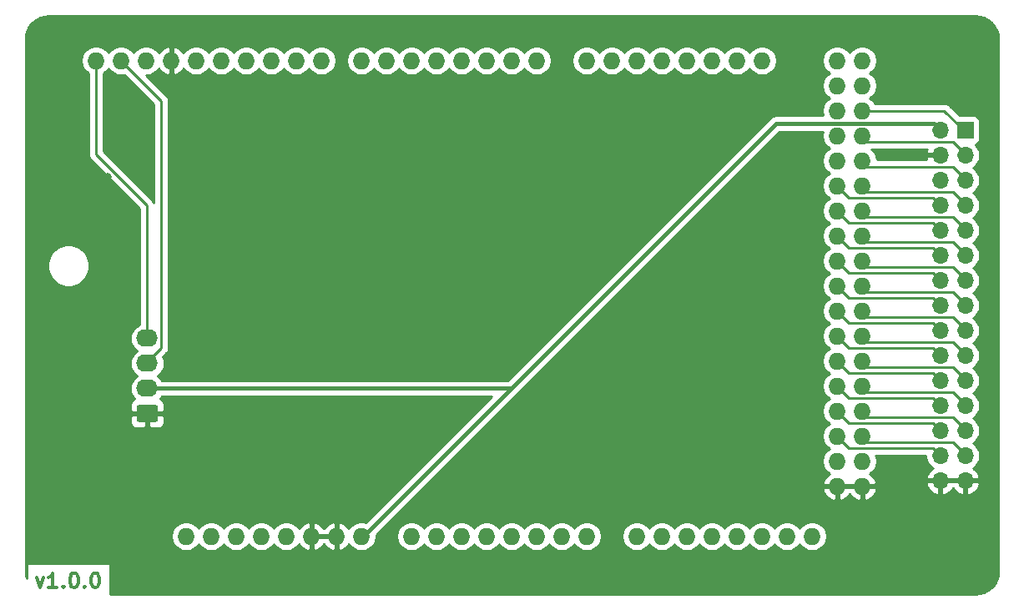
<source format=gbr>
%TF.GenerationSoftware,KiCad,Pcbnew,(5.1.6)-1*%
%TF.CreationDate,2020-09-26T17:31:42-07:00*%
%TF.ProjectId,ArduinoShield,41726475-696e-46f5-9368-69656c642e6b,rev?*%
%TF.SameCoordinates,Original*%
%TF.FileFunction,Copper,L1,Top*%
%TF.FilePolarity,Positive*%
%FSLAX46Y46*%
G04 Gerber Fmt 4.6, Leading zero omitted, Abs format (unit mm)*
G04 Created by KiCad (PCBNEW (5.1.6)-1) date 2020-09-26 17:31:42*
%MOMM*%
%LPD*%
G01*
G04 APERTURE LIST*
%TA.AperFunction,NonConductor*%
%ADD10C,0.300000*%
%TD*%
%TA.AperFunction,ComponentPad*%
%ADD11O,1.727200X1.727200*%
%TD*%
%TA.AperFunction,ComponentPad*%
%ADD12R,1.700000X1.700000*%
%TD*%
%TA.AperFunction,ComponentPad*%
%ADD13O,1.700000X1.700000*%
%TD*%
%TA.AperFunction,ComponentPad*%
%ADD14O,2.190000X1.740000*%
%TD*%
%TA.AperFunction,ViaPad*%
%ADD15C,0.800000*%
%TD*%
%TA.AperFunction,Conductor*%
%ADD16C,0.250000*%
%TD*%
%TA.AperFunction,Conductor*%
%ADD17C,0.400000*%
%TD*%
%TA.AperFunction,Conductor*%
%ADD18C,0.254000*%
%TD*%
G04 APERTURE END LIST*
D10*
X112785714Y-120678571D02*
X113142857Y-121678571D01*
X113500000Y-120678571D01*
X114857142Y-121678571D02*
X114000000Y-121678571D01*
X114428571Y-121678571D02*
X114428571Y-120178571D01*
X114285714Y-120392857D01*
X114142857Y-120535714D01*
X114000000Y-120607142D01*
X115500000Y-121535714D02*
X115571428Y-121607142D01*
X115500000Y-121678571D01*
X115428571Y-121607142D01*
X115500000Y-121535714D01*
X115500000Y-121678571D01*
X116500000Y-120178571D02*
X116642857Y-120178571D01*
X116785714Y-120250000D01*
X116857142Y-120321428D01*
X116928571Y-120464285D01*
X117000000Y-120750000D01*
X117000000Y-121107142D01*
X116928571Y-121392857D01*
X116857142Y-121535714D01*
X116785714Y-121607142D01*
X116642857Y-121678571D01*
X116500000Y-121678571D01*
X116357142Y-121607142D01*
X116285714Y-121535714D01*
X116214285Y-121392857D01*
X116142857Y-121107142D01*
X116142857Y-120750000D01*
X116214285Y-120464285D01*
X116285714Y-120321428D01*
X116357142Y-120250000D01*
X116500000Y-120178571D01*
X117642857Y-121535714D02*
X117714285Y-121607142D01*
X117642857Y-121678571D01*
X117571428Y-121607142D01*
X117642857Y-121535714D01*
X117642857Y-121678571D01*
X118642857Y-120178571D02*
X118785714Y-120178571D01*
X118928571Y-120250000D01*
X119000000Y-120321428D01*
X119071428Y-120464285D01*
X119142857Y-120750000D01*
X119142857Y-121107142D01*
X119071428Y-121392857D01*
X119000000Y-121535714D01*
X118928571Y-121607142D01*
X118785714Y-121678571D01*
X118642857Y-121678571D01*
X118500000Y-121607142D01*
X118428571Y-121535714D01*
X118357142Y-121392857D01*
X118285714Y-121107142D01*
X118285714Y-120750000D01*
X118357142Y-120464285D01*
X118428571Y-120321428D01*
X118500000Y-120250000D01*
X118642857Y-120178571D01*
D11*
%TO.P,XA1,A0*%
%TO.N,Net-(XA1-PadA0)*%
X150800000Y-116460000D03*
%TO.P,XA1,VIN*%
%TO.N,+5V*%
X145720000Y-116460000D03*
%TO.P,XA1,GND3*%
%TO.N,GND*%
X143180000Y-116460000D03*
%TO.P,XA1,GND2*%
X140640000Y-116460000D03*
%TO.P,XA1,5V1*%
%TO.N,Net-(XA1-Pad5V1)*%
X138100000Y-116460000D03*
%TO.P,XA1,3V3*%
%TO.N,Net-(XA1-Pad3V3)*%
X135560000Y-116460000D03*
%TO.P,XA1,RST1*%
%TO.N,Net-(XA1-PadRST1)*%
X133020000Y-116460000D03*
%TO.P,XA1,IORF*%
%TO.N,Net-(XA1-PadIORF)*%
X130480000Y-116460000D03*
%TO.P,XA1,D21*%
%TO.N,Net-(XA1-PadD21)*%
X186360000Y-68200000D03*
%TO.P,XA1,D20*%
%TO.N,Net-(XA1-PadD20)*%
X183820000Y-68200000D03*
%TO.P,XA1,D19*%
%TO.N,Net-(XA1-PadD19)*%
X181280000Y-68200000D03*
%TO.P,XA1,D18*%
%TO.N,Net-(XA1-PadD18)*%
X178740000Y-68200000D03*
%TO.P,XA1,D17*%
%TO.N,Net-(XA1-PadD17)*%
X176200000Y-68200000D03*
%TO.P,XA1,D16*%
%TO.N,Net-(XA1-PadD16)*%
X173660000Y-68200000D03*
%TO.P,XA1,D15*%
%TO.N,Net-(XA1-PadD15)*%
X171120000Y-68200000D03*
%TO.P,XA1,D14*%
%TO.N,Net-(XA1-PadD14)*%
X168580000Y-68200000D03*
%TO.P,XA1,D0*%
%TO.N,Net-(XA1-PadD0)*%
X163500000Y-68200000D03*
%TO.P,XA1,D1*%
%TO.N,Net-(XA1-PadD1)*%
X160960000Y-68200000D03*
%TO.P,XA1,D2*%
%TO.N,Net-(XA1-PadD2)*%
X158420000Y-68200000D03*
%TO.P,XA1,D3*%
%TO.N,Net-(XA1-PadD3)*%
X155880000Y-68200000D03*
%TO.P,XA1,D4*%
%TO.N,Net-(XA1-PadD4)*%
X153340000Y-68200000D03*
%TO.P,XA1,D5*%
%TO.N,Net-(XA1-PadD5)*%
X150800000Y-68200000D03*
%TO.P,XA1,D6*%
%TO.N,Net-(XA1-PadD6)*%
X148260000Y-68200000D03*
%TO.P,XA1,D7*%
%TO.N,Net-(XA1-PadD7)*%
X145720000Y-68200000D03*
%TO.P,XA1,GND1*%
%TO.N,GND*%
X126416000Y-68200000D03*
%TO.P,XA1,D8*%
%TO.N,Net-(XA1-PadD8)*%
X141656000Y-68200000D03*
%TO.P,XA1,D9*%
%TO.N,Net-(XA1-PadD9)*%
X139116000Y-68200000D03*
%TO.P,XA1,D10*%
%TO.N,Net-(XA1-PadD10)*%
X136576000Y-68200000D03*
%TO.P,XA1,SCL*%
%TO.N,SCL*%
X118796000Y-68200000D03*
%TO.P,XA1,SDA*%
%TO.N,SDA*%
X121336000Y-68200000D03*
%TO.P,XA1,AREF*%
%TO.N,Net-(XA1-PadAREF)*%
X123876000Y-68200000D03*
%TO.P,XA1,D13*%
%TO.N,Net-(XA1-PadD13)*%
X128956000Y-68200000D03*
%TO.P,XA1,D12*%
%TO.N,Net-(XA1-PadD12)*%
X131496000Y-68200000D03*
%TO.P,XA1,D11*%
%TO.N,Net-(XA1-PadD11)*%
X134036000Y-68200000D03*
%TO.P,XA1,*%
%TO.N,*%
X127940000Y-116460000D03*
%TO.P,XA1,A1*%
%TO.N,Net-(XA1-PadA1)*%
X153340000Y-116460000D03*
%TO.P,XA1,A2*%
%TO.N,Net-(XA1-PadA2)*%
X155880000Y-116460000D03*
%TO.P,XA1,A3*%
%TO.N,Net-(XA1-PadA3)*%
X158420000Y-116460000D03*
%TO.P,XA1,A4*%
%TO.N,Net-(XA1-PadA4)*%
X160960000Y-116460000D03*
%TO.P,XA1,A5*%
%TO.N,Net-(XA1-PadA5)*%
X163500000Y-116460000D03*
%TO.P,XA1,A6*%
%TO.N,Net-(XA1-PadA6)*%
X166040000Y-116460000D03*
%TO.P,XA1,A7*%
%TO.N,Net-(XA1-PadA7)*%
X168580000Y-116460000D03*
%TO.P,XA1,A8*%
%TO.N,Net-(XA1-PadA8)*%
X173660000Y-116460000D03*
%TO.P,XA1,A9*%
%TO.N,Net-(XA1-PadA9)*%
X176200000Y-116460000D03*
%TO.P,XA1,A10*%
%TO.N,Net-(XA1-PadA10)*%
X178740000Y-116460000D03*
%TO.P,XA1,A11*%
%TO.N,Net-(XA1-PadA11)*%
X181280000Y-116460000D03*
%TO.P,XA1,A12*%
%TO.N,Net-(XA1-PadA12)*%
X183820000Y-116460000D03*
%TO.P,XA1,A13*%
%TO.N,Net-(XA1-PadA13)*%
X186360000Y-116460000D03*
%TO.P,XA1,A14*%
%TO.N,Net-(XA1-PadA14)*%
X188900000Y-116460000D03*
%TO.P,XA1,A15*%
%TO.N,Net-(XA1-PadA15)*%
X191440000Y-116460000D03*
%TO.P,XA1,5V3*%
%TO.N,Net-(XA1-Pad5V3)*%
X193980000Y-68200000D03*
%TO.P,XA1,5V4*%
%TO.N,Net-(XA1-Pad5V4)*%
X196520000Y-68200000D03*
%TO.P,XA1,D22*%
%TO.N,Net-(XA1-PadD22)*%
X193980000Y-70740000D03*
%TO.P,XA1,D23*%
%TO.N,Net-(XA1-PadD23)*%
X196520000Y-70740000D03*
%TO.P,XA1,D24*%
%TO.N,Net-(XA1-PadD24)*%
X193980000Y-73280000D03*
%TO.P,XA1,D25*%
%TO.N,CS_LOAD*%
X196520000Y-73280000D03*
%TO.P,XA1,D26*%
%TO.N,Net-(XA1-PadD26)*%
X193980000Y-75820000D03*
%TO.P,XA1,D27*%
%TO.N,CLK*%
X196520000Y-75820000D03*
%TO.P,XA1,D28*%
%TO.N,Net-(XA1-PadD28)*%
X193980000Y-78360000D03*
%TO.P,XA1,D29*%
%TO.N,DIN*%
X196520000Y-78360000D03*
%TO.P,XA1,D30*%
%TO.N,COMM2_LEFT*%
X193980000Y-80900000D03*
%TO.P,XA1,D31*%
%TO.N,COMM1_LEFT*%
X196520000Y-80900000D03*
%TO.P,XA1,D32*%
%TO.N,COMM2_RIGHT*%
X193980000Y-83440000D03*
%TO.P,XA1,D33*%
%TO.N,COMM1_RIGHT*%
X196520000Y-83440000D03*
%TO.P,XA1,D34*%
%TO.N,COMM2_KHZ_SW*%
X193980000Y-85980000D03*
%TO.P,XA1,D35*%
%TO.N,COMM1_KHZ_SW*%
X196520000Y-85980000D03*
%TO.P,XA1,D36*%
%TO.N,COMM2_XFR*%
X193980000Y-88520000D03*
%TO.P,XA1,D37*%
%TO.N,COMM1_XFR*%
X196520000Y-88520000D03*
%TO.P,XA1,D38*%
%TO.N,NAV2_LEFT*%
X193980000Y-91060000D03*
%TO.P,XA1,D39*%
%TO.N,NAV1_LEFT*%
X196520000Y-91060000D03*
%TO.P,XA1,D40*%
%TO.N,NAV2_RIGHT*%
X193980000Y-93600000D03*
%TO.P,XA1,D41*%
%TO.N,NAV1_RIGHT*%
X196520000Y-93600000D03*
%TO.P,XA1,D42*%
%TO.N,NAV2_KHZ_SW*%
X193980000Y-96140000D03*
%TO.P,XA1,D43*%
%TO.N,NAV1_KHZ_SW*%
X196520000Y-96140000D03*
%TO.P,XA1,D44*%
%TO.N,NAV2_XFR*%
X193980000Y-98680000D03*
%TO.P,XA1,D45*%
%TO.N,NAV1_XFR*%
X196520000Y-98680000D03*
%TO.P,XA1,D46*%
%TO.N,RADIO2_SW*%
X193980000Y-101220000D03*
%TO.P,XA1,D47*%
%TO.N,RADIO1_SW*%
X196520000Y-101220000D03*
%TO.P,XA1,D48*%
%TO.N,RADIO2_LED*%
X193980000Y-103760000D03*
%TO.P,XA1,D49*%
%TO.N,RADIO1_LED*%
X196520000Y-103760000D03*
%TO.P,XA1,D50*%
%TO.N,IDENT2_SW*%
X193980000Y-106300000D03*
%TO.P,XA1,D51*%
%TO.N,IDENT1_SW*%
X196520000Y-106300000D03*
%TO.P,XA1,D52*%
%TO.N,Net-(XA1-PadD52)*%
X193980000Y-108840000D03*
%TO.P,XA1,D53*%
%TO.N,Net-(XA1-PadD53)*%
X196520000Y-108840000D03*
%TO.P,XA1,GND5*%
%TO.N,GND*%
X193980000Y-111380000D03*
%TO.P,XA1,GND6*%
X196520000Y-111380000D03*
%TD*%
D12*
%TO.P,J1,1*%
%TO.N,CS_LOAD*%
X207000000Y-75250000D03*
D13*
%TO.P,J1,2*%
%TO.N,+5V*%
X204460000Y-75250000D03*
%TO.P,J1,3*%
%TO.N,CLK*%
X207000000Y-77790000D03*
%TO.P,J1,4*%
%TO.N,GND*%
X204460000Y-77790000D03*
%TO.P,J1,5*%
%TO.N,DIN*%
X207000000Y-80330000D03*
%TO.P,J1,6*%
%TO.N,Net-(J1-Pad6)*%
X204460000Y-80330000D03*
%TO.P,J1,7*%
%TO.N,COMM1_LEFT*%
X207000000Y-82870000D03*
%TO.P,J1,8*%
%TO.N,COMM2_LEFT*%
X204460000Y-82870000D03*
%TO.P,J1,9*%
%TO.N,COMM1_RIGHT*%
X207000000Y-85410000D03*
%TO.P,J1,10*%
%TO.N,COMM2_RIGHT*%
X204460000Y-85410000D03*
%TO.P,J1,11*%
%TO.N,COMM1_KHZ_SW*%
X207000000Y-87950000D03*
%TO.P,J1,12*%
%TO.N,COMM2_KHZ_SW*%
X204460000Y-87950000D03*
%TO.P,J1,13*%
%TO.N,COMM1_XFR*%
X207000000Y-90490000D03*
%TO.P,J1,14*%
%TO.N,COMM2_XFR*%
X204460000Y-90490000D03*
%TO.P,J1,15*%
%TO.N,NAV1_LEFT*%
X207000000Y-93030000D03*
%TO.P,J1,16*%
%TO.N,NAV2_LEFT*%
X204460000Y-93030000D03*
%TO.P,J1,17*%
%TO.N,NAV1_RIGHT*%
X207000000Y-95570000D03*
%TO.P,J1,18*%
%TO.N,NAV2_RIGHT*%
X204460000Y-95570000D03*
%TO.P,J1,19*%
%TO.N,NAV1_KHZ_SW*%
X207000000Y-98110000D03*
%TO.P,J1,20*%
%TO.N,NAV2_KHZ_SW*%
X204460000Y-98110000D03*
%TO.P,J1,21*%
%TO.N,NAV1_XFR*%
X207000000Y-100650000D03*
%TO.P,J1,22*%
%TO.N,NAV2_XFR*%
X204460000Y-100650000D03*
%TO.P,J1,23*%
%TO.N,RADIO1_SW*%
X207000000Y-103190000D03*
%TO.P,J1,24*%
%TO.N,RADIO2_SW*%
X204460000Y-103190000D03*
%TO.P,J1,25*%
%TO.N,RADIO1_LED*%
X207000000Y-105730000D03*
%TO.P,J1,26*%
%TO.N,RADIO2_LED*%
X204460000Y-105730000D03*
%TO.P,J1,27*%
%TO.N,IDENT1_SW*%
X207000000Y-108270000D03*
%TO.P,J1,28*%
%TO.N,IDENT2_SW*%
X204460000Y-108270000D03*
%TO.P,J1,29*%
%TO.N,GND*%
X207000000Y-110810000D03*
%TO.P,J1,30*%
X204460000Y-110810000D03*
%TD*%
D14*
%TO.P,J2,4*%
%TO.N,SCL*%
X124000000Y-96380000D03*
%TO.P,J2,3*%
%TO.N,SDA*%
X124000000Y-98920000D03*
%TO.P,J2,2*%
%TO.N,+5V*%
X124000000Y-101460000D03*
%TO.P,J2,1*%
%TO.N,GND*%
%TA.AperFunction,ComponentPad*%
G36*
G01*
X124845001Y-104870000D02*
X123154999Y-104870000D01*
G75*
G02*
X122905000Y-104620001I0J249999D01*
G01*
X122905000Y-103379999D01*
G75*
G02*
X123154999Y-103130000I249999J0D01*
G01*
X124845001Y-103130000D01*
G75*
G02*
X125095000Y-103379999I0J-249999D01*
G01*
X125095000Y-104620001D01*
G75*
G02*
X124845001Y-104870000I-249999J0D01*
G01*
G37*
%TD.AperFunction*%
%TD*%
D15*
%TO.N,GND*%
X120000000Y-80000000D03*
X120000000Y-70000000D03*
X130000000Y-80000000D03*
X130000000Y-90000000D03*
X120000000Y-90000000D03*
X120000000Y-110000000D03*
X130000000Y-110000000D03*
X130000000Y-100000000D03*
X120000000Y-100000000D03*
X140000000Y-100000000D03*
X140000000Y-110000000D03*
X140000000Y-90000000D03*
X140000000Y-80000000D03*
X150000000Y-90000000D03*
X150000000Y-80000000D03*
X160000000Y-80000000D03*
X160000000Y-90000000D03*
X170000000Y-90000000D03*
X170000000Y-80000000D03*
X180000000Y-80000000D03*
X180000000Y-90000000D03*
X180000000Y-100000000D03*
X170000000Y-100000000D03*
X160000000Y-100000000D03*
X150000000Y-100000000D03*
X150000000Y-110000000D03*
X160000000Y-110000000D03*
X170000000Y-110000000D03*
X180000000Y-110000000D03*
X190000000Y-110000000D03*
X190000000Y-100000000D03*
X190000000Y-90000000D03*
X190000000Y-80000000D03*
X130000000Y-70000000D03*
X140000000Y-70000000D03*
X150000000Y-70000000D03*
X160000000Y-70000000D03*
X170000000Y-70000000D03*
X180000000Y-70000000D03*
X190000000Y-70000000D03*
%TD*%
D16*
%TO.N,CS_LOAD*%
X196520000Y-73280000D02*
X204852000Y-73280000D01*
X204852000Y-73280000D02*
X207010000Y-75438000D01*
D17*
%TO.N,+5V*%
X203766399Y-74556399D02*
X187825601Y-74556399D01*
X204460000Y-75250000D02*
X203766399Y-74556399D01*
%TO.N,SDA*%
X124000000Y-98460000D02*
X124000000Y-98504000D01*
%TO.N,+5V*%
X187825601Y-74556399D02*
X163957000Y-98425000D01*
X160922000Y-101460000D02*
X161290000Y-101092000D01*
X124000000Y-101460000D02*
X160922000Y-101460000D01*
X163957000Y-98425000D02*
X161290000Y-101092000D01*
X161290000Y-101092000D02*
X145796000Y-116586000D01*
D16*
%TO.N,CLK*%
X197125001Y-76425001D02*
X205711001Y-76425001D01*
X196520000Y-75820000D02*
X197125001Y-76425001D01*
X205711001Y-76425001D02*
X207010000Y-77724000D01*
%TO.N,DIN*%
X197125001Y-78965001D02*
X205711001Y-78965001D01*
X196520000Y-78360000D02*
X197125001Y-78965001D01*
X205711001Y-78965001D02*
X207010000Y-80264000D01*
%TO.N,COMM1_LEFT*%
X197125001Y-81505001D02*
X205711001Y-81505001D01*
X196520000Y-80900000D02*
X197125001Y-81505001D01*
X205711001Y-81505001D02*
X207010000Y-82804000D01*
%TO.N,COMM2_LEFT*%
X195168601Y-82088601D02*
X203754601Y-82088601D01*
X193980000Y-80900000D02*
X195168601Y-82088601D01*
X203754601Y-82088601D02*
X204470000Y-82804000D01*
%TO.N,COMM1_RIGHT*%
X197125001Y-84045001D02*
X205711001Y-84045001D01*
X196520000Y-83440000D02*
X197125001Y-84045001D01*
X205711001Y-84045001D02*
X207010000Y-85344000D01*
%TO.N,COMM2_RIGHT*%
X195168601Y-84628601D02*
X203754601Y-84628601D01*
X193980000Y-83440000D02*
X195168601Y-84628601D01*
X203754601Y-84628601D02*
X204470000Y-85344000D01*
%TO.N,COMM1_KHZ_SW*%
X197125001Y-86585001D02*
X205711001Y-86585001D01*
X196520000Y-85980000D02*
X197125001Y-86585001D01*
X205711001Y-86585001D02*
X207010000Y-87884000D01*
%TO.N,COMM2_KHZ_SW*%
X195168601Y-87168601D02*
X203754601Y-87168601D01*
X193980000Y-85980000D02*
X195168601Y-87168601D01*
X203754601Y-87168601D02*
X204470000Y-87884000D01*
%TO.N,COMM1_XFR*%
X197125001Y-89125001D02*
X205711001Y-89125001D01*
X196520000Y-88520000D02*
X197125001Y-89125001D01*
X205711001Y-89125001D02*
X207010000Y-90424000D01*
%TO.N,COMM2_XFR*%
X195168601Y-89708601D02*
X203754601Y-89708601D01*
X193980000Y-88520000D02*
X195168601Y-89708601D01*
X203754601Y-89708601D02*
X204470000Y-90424000D01*
%TO.N,NAV1_LEFT*%
X197125001Y-91665001D02*
X205711001Y-91665001D01*
X196520000Y-91060000D02*
X197125001Y-91665001D01*
X205711001Y-91665001D02*
X207010000Y-92964000D01*
%TO.N,NAV2_LEFT*%
X195168601Y-92248601D02*
X203754601Y-92248601D01*
X193980000Y-91060000D02*
X195168601Y-92248601D01*
X203754601Y-92248601D02*
X204470000Y-92964000D01*
%TO.N,NAV1_RIGHT*%
X197125001Y-94205001D02*
X205711001Y-94205001D01*
X196520000Y-93600000D02*
X197125001Y-94205001D01*
X205711001Y-94205001D02*
X207010000Y-95504000D01*
%TO.N,NAV2_RIGHT*%
X195168601Y-94788601D02*
X203754601Y-94788601D01*
X193980000Y-93600000D02*
X195168601Y-94788601D01*
X203754601Y-94788601D02*
X204470000Y-95504000D01*
%TO.N,NAV1_KHZ_SW*%
X197125001Y-96745001D02*
X205711001Y-96745001D01*
X196520000Y-96140000D02*
X197125001Y-96745001D01*
X205711001Y-96745001D02*
X207010000Y-98044000D01*
%TO.N,NAV2_KHZ_SW*%
X195168601Y-97328601D02*
X203754601Y-97328601D01*
X193980000Y-96140000D02*
X195168601Y-97328601D01*
X203754601Y-97328601D02*
X204470000Y-98044000D01*
%TO.N,NAV1_XFR*%
X197125001Y-99285001D02*
X205711001Y-99285001D01*
X196520000Y-98680000D02*
X197125001Y-99285001D01*
X205711001Y-99285001D02*
X207010000Y-100584000D01*
%TO.N,NAV2_XFR*%
X195168601Y-99868601D02*
X203754601Y-99868601D01*
X193980000Y-98680000D02*
X195168601Y-99868601D01*
X203754601Y-99868601D02*
X204470000Y-100584000D01*
%TO.N,RADIO1_SW*%
X197125001Y-101825001D02*
X205711001Y-101825001D01*
X196520000Y-101220000D02*
X197125001Y-101825001D01*
X205711001Y-101825001D02*
X207010000Y-103124000D01*
%TO.N,RADIO2_SW*%
X195168601Y-102408601D02*
X203754601Y-102408601D01*
X193980000Y-101220000D02*
X195168601Y-102408601D01*
X203754601Y-102408601D02*
X204470000Y-103124000D01*
%TO.N,RADIO1_LED*%
X197125001Y-104365001D02*
X205711001Y-104365001D01*
X196520000Y-103760000D02*
X197125001Y-104365001D01*
X205711001Y-104365001D02*
X207010000Y-105664000D01*
%TO.N,RADIO2_LED*%
X195168601Y-104948601D02*
X203754601Y-104948601D01*
X193980000Y-103760000D02*
X195168601Y-104948601D01*
X203754601Y-104948601D02*
X204470000Y-105664000D01*
%TO.N,IDENT1_SW*%
X197125001Y-106905001D02*
X205711001Y-106905001D01*
X196520000Y-106300000D02*
X197125001Y-106905001D01*
X205711001Y-106905001D02*
X207010000Y-108204000D01*
%TO.N,IDENT2_SW*%
X195168601Y-107488601D02*
X203754601Y-107488601D01*
X193980000Y-106300000D02*
X195168601Y-107488601D01*
X203754601Y-107488601D02*
X204470000Y-108204000D01*
%TO.N,SDA*%
X125420010Y-72284010D02*
X125420010Y-97337990D01*
X121336000Y-68200000D02*
X125420010Y-72284010D01*
X125420010Y-97337990D02*
X123952000Y-98806000D01*
%TO.N,SCL*%
X118796000Y-77722998D02*
X123952000Y-82878998D01*
X118796000Y-68200000D02*
X118796000Y-77722998D01*
X123952000Y-82878998D02*
X123952000Y-96266000D01*
%TD*%
D18*
%TO.N,GND*%
G36*
X208453893Y-63707670D02*
G01*
X208890498Y-63839489D01*
X209293185Y-64053600D01*
X209646612Y-64341848D01*
X209937327Y-64693261D01*
X210154242Y-65094439D01*
X210289106Y-65530113D01*
X210340001Y-66014353D01*
X210340000Y-119967721D01*
X210292330Y-120453894D01*
X210160512Y-120890497D01*
X209946399Y-121293186D01*
X209658150Y-121646613D01*
X209306739Y-121937327D01*
X208905564Y-122154240D01*
X208469886Y-122289106D01*
X207985664Y-122340000D01*
X120213572Y-122340000D01*
X120213572Y-119210000D01*
X111786429Y-119210000D01*
X111786429Y-120713899D01*
X111710894Y-120469886D01*
X111660000Y-119985664D01*
X111660000Y-116312401D01*
X126441400Y-116312401D01*
X126441400Y-116607599D01*
X126498990Y-116897125D01*
X126611958Y-117169853D01*
X126775961Y-117415302D01*
X126984698Y-117624039D01*
X127230147Y-117788042D01*
X127502875Y-117901010D01*
X127792401Y-117958600D01*
X128087599Y-117958600D01*
X128377125Y-117901010D01*
X128649853Y-117788042D01*
X128895302Y-117624039D01*
X129104039Y-117415302D01*
X129210000Y-117256719D01*
X129315961Y-117415302D01*
X129524698Y-117624039D01*
X129770147Y-117788042D01*
X130042875Y-117901010D01*
X130332401Y-117958600D01*
X130627599Y-117958600D01*
X130917125Y-117901010D01*
X131189853Y-117788042D01*
X131435302Y-117624039D01*
X131644039Y-117415302D01*
X131750000Y-117256719D01*
X131855961Y-117415302D01*
X132064698Y-117624039D01*
X132310147Y-117788042D01*
X132582875Y-117901010D01*
X132872401Y-117958600D01*
X133167599Y-117958600D01*
X133457125Y-117901010D01*
X133729853Y-117788042D01*
X133975302Y-117624039D01*
X134184039Y-117415302D01*
X134290000Y-117256719D01*
X134395961Y-117415302D01*
X134604698Y-117624039D01*
X134850147Y-117788042D01*
X135122875Y-117901010D01*
X135412401Y-117958600D01*
X135707599Y-117958600D01*
X135997125Y-117901010D01*
X136269853Y-117788042D01*
X136515302Y-117624039D01*
X136724039Y-117415302D01*
X136830000Y-117256719D01*
X136935961Y-117415302D01*
X137144698Y-117624039D01*
X137390147Y-117788042D01*
X137662875Y-117901010D01*
X137952401Y-117958600D01*
X138247599Y-117958600D01*
X138537125Y-117901010D01*
X138809853Y-117788042D01*
X139055302Y-117624039D01*
X139264039Y-117415302D01*
X139371692Y-117254187D01*
X139533146Y-117470293D01*
X139751512Y-117666817D01*
X140004022Y-117816964D01*
X140280973Y-117914963D01*
X140513000Y-117794464D01*
X140513000Y-116587000D01*
X140767000Y-116587000D01*
X140767000Y-117794464D01*
X140999027Y-117914963D01*
X141275978Y-117816964D01*
X141528488Y-117666817D01*
X141746854Y-117470293D01*
X141910000Y-117251922D01*
X142073146Y-117470293D01*
X142291512Y-117666817D01*
X142544022Y-117816964D01*
X142820973Y-117914963D01*
X143053000Y-117794464D01*
X143053000Y-116587000D01*
X140767000Y-116587000D01*
X140513000Y-116587000D01*
X140493000Y-116587000D01*
X140493000Y-116333000D01*
X140513000Y-116333000D01*
X140513000Y-115125536D01*
X140767000Y-115125536D01*
X140767000Y-116333000D01*
X143053000Y-116333000D01*
X143053000Y-115125536D01*
X142820973Y-115005037D01*
X142544022Y-115103036D01*
X142291512Y-115253183D01*
X142073146Y-115449707D01*
X141910000Y-115668078D01*
X141746854Y-115449707D01*
X141528488Y-115253183D01*
X141275978Y-115103036D01*
X140999027Y-115005037D01*
X140767000Y-115125536D01*
X140513000Y-115125536D01*
X140280973Y-115005037D01*
X140004022Y-115103036D01*
X139751512Y-115253183D01*
X139533146Y-115449707D01*
X139371692Y-115665813D01*
X139264039Y-115504698D01*
X139055302Y-115295961D01*
X138809853Y-115131958D01*
X138537125Y-115018990D01*
X138247599Y-114961400D01*
X137952401Y-114961400D01*
X137662875Y-115018990D01*
X137390147Y-115131958D01*
X137144698Y-115295961D01*
X136935961Y-115504698D01*
X136830000Y-115663281D01*
X136724039Y-115504698D01*
X136515302Y-115295961D01*
X136269853Y-115131958D01*
X135997125Y-115018990D01*
X135707599Y-114961400D01*
X135412401Y-114961400D01*
X135122875Y-115018990D01*
X134850147Y-115131958D01*
X134604698Y-115295961D01*
X134395961Y-115504698D01*
X134290000Y-115663281D01*
X134184039Y-115504698D01*
X133975302Y-115295961D01*
X133729853Y-115131958D01*
X133457125Y-115018990D01*
X133167599Y-114961400D01*
X132872401Y-114961400D01*
X132582875Y-115018990D01*
X132310147Y-115131958D01*
X132064698Y-115295961D01*
X131855961Y-115504698D01*
X131750000Y-115663281D01*
X131644039Y-115504698D01*
X131435302Y-115295961D01*
X131189853Y-115131958D01*
X130917125Y-115018990D01*
X130627599Y-114961400D01*
X130332401Y-114961400D01*
X130042875Y-115018990D01*
X129770147Y-115131958D01*
X129524698Y-115295961D01*
X129315961Y-115504698D01*
X129210000Y-115663281D01*
X129104039Y-115504698D01*
X128895302Y-115295961D01*
X128649853Y-115131958D01*
X128377125Y-115018990D01*
X128087599Y-114961400D01*
X127792401Y-114961400D01*
X127502875Y-115018990D01*
X127230147Y-115131958D01*
X126984698Y-115295961D01*
X126775961Y-115504698D01*
X126611958Y-115750147D01*
X126498990Y-116022875D01*
X126441400Y-116312401D01*
X111660000Y-116312401D01*
X111660000Y-104870000D01*
X122266928Y-104870000D01*
X122279188Y-104994482D01*
X122315498Y-105114180D01*
X122374463Y-105224494D01*
X122453815Y-105321185D01*
X122550506Y-105400537D01*
X122660820Y-105459502D01*
X122780518Y-105495812D01*
X122905000Y-105508072D01*
X123714250Y-105505000D01*
X123873000Y-105346250D01*
X123873000Y-104127000D01*
X124127000Y-104127000D01*
X124127000Y-105346250D01*
X124285750Y-105505000D01*
X125095000Y-105508072D01*
X125219482Y-105495812D01*
X125339180Y-105459502D01*
X125449494Y-105400537D01*
X125546185Y-105321185D01*
X125625537Y-105224494D01*
X125684502Y-105114180D01*
X125720812Y-104994482D01*
X125733072Y-104870000D01*
X125730000Y-104285750D01*
X125571250Y-104127000D01*
X124127000Y-104127000D01*
X123873000Y-104127000D01*
X122428750Y-104127000D01*
X122270000Y-104285750D01*
X122266928Y-104870000D01*
X111660000Y-104870000D01*
X111660000Y-88789721D01*
X113865000Y-88789721D01*
X113865000Y-89210279D01*
X113947047Y-89622756D01*
X114107988Y-90011302D01*
X114341637Y-90360983D01*
X114639017Y-90658363D01*
X114988698Y-90892012D01*
X115377244Y-91052953D01*
X115789721Y-91135000D01*
X116210279Y-91135000D01*
X116622756Y-91052953D01*
X117011302Y-90892012D01*
X117360983Y-90658363D01*
X117658363Y-90360983D01*
X117892012Y-90011302D01*
X118052953Y-89622756D01*
X118135000Y-89210279D01*
X118135000Y-88789721D01*
X118052953Y-88377244D01*
X117892012Y-87988698D01*
X117658363Y-87639017D01*
X117360983Y-87341637D01*
X117011302Y-87107988D01*
X116622756Y-86947047D01*
X116210279Y-86865000D01*
X115789721Y-86865000D01*
X115377244Y-86947047D01*
X114988698Y-87107988D01*
X114639017Y-87341637D01*
X114341637Y-87639017D01*
X114107988Y-87988698D01*
X113947047Y-88377244D01*
X113865000Y-88789721D01*
X111660000Y-88789721D01*
X111660000Y-68052401D01*
X117297400Y-68052401D01*
X117297400Y-68347599D01*
X117354990Y-68637125D01*
X117467958Y-68909853D01*
X117631961Y-69155302D01*
X117840698Y-69364039D01*
X118036000Y-69494535D01*
X118036001Y-77685666D01*
X118032324Y-77722998D01*
X118046998Y-77871983D01*
X118090454Y-78015244D01*
X118161026Y-78147274D01*
X118214475Y-78212401D01*
X118256000Y-78262999D01*
X118284998Y-78286797D01*
X123192000Y-83193800D01*
X123192001Y-94985119D01*
X122934821Y-95122583D01*
X122705655Y-95310655D01*
X122517583Y-95539821D01*
X122377834Y-95801275D01*
X122291776Y-96084968D01*
X122262718Y-96380000D01*
X122291776Y-96675032D01*
X122377834Y-96958725D01*
X122517583Y-97220179D01*
X122705655Y-97449345D01*
X122934821Y-97637417D01*
X122958362Y-97650000D01*
X122934821Y-97662583D01*
X122705655Y-97850655D01*
X122517583Y-98079821D01*
X122377834Y-98341275D01*
X122291776Y-98624968D01*
X122262718Y-98920000D01*
X122291776Y-99215032D01*
X122377834Y-99498725D01*
X122517583Y-99760179D01*
X122705655Y-99989345D01*
X122934821Y-100177417D01*
X122958362Y-100190000D01*
X122934821Y-100202583D01*
X122705655Y-100390655D01*
X122517583Y-100619821D01*
X122377834Y-100881275D01*
X122291776Y-101164968D01*
X122262718Y-101460000D01*
X122291776Y-101755032D01*
X122377834Y-102038725D01*
X122517583Y-102300179D01*
X122704047Y-102527385D01*
X122660820Y-102540498D01*
X122550506Y-102599463D01*
X122453815Y-102678815D01*
X122374463Y-102775506D01*
X122315498Y-102885820D01*
X122279188Y-103005518D01*
X122266928Y-103130000D01*
X122270000Y-103714250D01*
X122428750Y-103873000D01*
X123873000Y-103873000D01*
X123873000Y-103853000D01*
X124127000Y-103853000D01*
X124127000Y-103873000D01*
X125571250Y-103873000D01*
X125730000Y-103714250D01*
X125733072Y-103130000D01*
X125720812Y-103005518D01*
X125684502Y-102885820D01*
X125625537Y-102775506D01*
X125546185Y-102678815D01*
X125449494Y-102599463D01*
X125339180Y-102540498D01*
X125295953Y-102527385D01*
X125482417Y-102300179D01*
X125485185Y-102295000D01*
X158906131Y-102295000D01*
X146174815Y-115026318D01*
X146157125Y-115018990D01*
X145867599Y-114961400D01*
X145572401Y-114961400D01*
X145282875Y-115018990D01*
X145010147Y-115131958D01*
X144764698Y-115295961D01*
X144555961Y-115504698D01*
X144448308Y-115665813D01*
X144286854Y-115449707D01*
X144068488Y-115253183D01*
X143815978Y-115103036D01*
X143539027Y-115005037D01*
X143307000Y-115125536D01*
X143307000Y-116333000D01*
X143327000Y-116333000D01*
X143327000Y-116587000D01*
X143307000Y-116587000D01*
X143307000Y-117794464D01*
X143539027Y-117914963D01*
X143815978Y-117816964D01*
X144068488Y-117666817D01*
X144286854Y-117470293D01*
X144448308Y-117254187D01*
X144555961Y-117415302D01*
X144764698Y-117624039D01*
X145010147Y-117788042D01*
X145282875Y-117901010D01*
X145572401Y-117958600D01*
X145867599Y-117958600D01*
X146157125Y-117901010D01*
X146429853Y-117788042D01*
X146675302Y-117624039D01*
X146884039Y-117415302D01*
X147048042Y-117169853D01*
X147161010Y-116897125D01*
X147218600Y-116607599D01*
X147218600Y-116344267D01*
X147250466Y-116312401D01*
X149301400Y-116312401D01*
X149301400Y-116607599D01*
X149358990Y-116897125D01*
X149471958Y-117169853D01*
X149635961Y-117415302D01*
X149844698Y-117624039D01*
X150090147Y-117788042D01*
X150362875Y-117901010D01*
X150652401Y-117958600D01*
X150947599Y-117958600D01*
X151237125Y-117901010D01*
X151509853Y-117788042D01*
X151755302Y-117624039D01*
X151964039Y-117415302D01*
X152070000Y-117256719D01*
X152175961Y-117415302D01*
X152384698Y-117624039D01*
X152630147Y-117788042D01*
X152902875Y-117901010D01*
X153192401Y-117958600D01*
X153487599Y-117958600D01*
X153777125Y-117901010D01*
X154049853Y-117788042D01*
X154295302Y-117624039D01*
X154504039Y-117415302D01*
X154610000Y-117256719D01*
X154715961Y-117415302D01*
X154924698Y-117624039D01*
X155170147Y-117788042D01*
X155442875Y-117901010D01*
X155732401Y-117958600D01*
X156027599Y-117958600D01*
X156317125Y-117901010D01*
X156589853Y-117788042D01*
X156835302Y-117624039D01*
X157044039Y-117415302D01*
X157150000Y-117256719D01*
X157255961Y-117415302D01*
X157464698Y-117624039D01*
X157710147Y-117788042D01*
X157982875Y-117901010D01*
X158272401Y-117958600D01*
X158567599Y-117958600D01*
X158857125Y-117901010D01*
X159129853Y-117788042D01*
X159375302Y-117624039D01*
X159584039Y-117415302D01*
X159690000Y-117256719D01*
X159795961Y-117415302D01*
X160004698Y-117624039D01*
X160250147Y-117788042D01*
X160522875Y-117901010D01*
X160812401Y-117958600D01*
X161107599Y-117958600D01*
X161397125Y-117901010D01*
X161669853Y-117788042D01*
X161915302Y-117624039D01*
X162124039Y-117415302D01*
X162230000Y-117256719D01*
X162335961Y-117415302D01*
X162544698Y-117624039D01*
X162790147Y-117788042D01*
X163062875Y-117901010D01*
X163352401Y-117958600D01*
X163647599Y-117958600D01*
X163937125Y-117901010D01*
X164209853Y-117788042D01*
X164455302Y-117624039D01*
X164664039Y-117415302D01*
X164770000Y-117256719D01*
X164875961Y-117415302D01*
X165084698Y-117624039D01*
X165330147Y-117788042D01*
X165602875Y-117901010D01*
X165892401Y-117958600D01*
X166187599Y-117958600D01*
X166477125Y-117901010D01*
X166749853Y-117788042D01*
X166995302Y-117624039D01*
X167204039Y-117415302D01*
X167310000Y-117256719D01*
X167415961Y-117415302D01*
X167624698Y-117624039D01*
X167870147Y-117788042D01*
X168142875Y-117901010D01*
X168432401Y-117958600D01*
X168727599Y-117958600D01*
X169017125Y-117901010D01*
X169289853Y-117788042D01*
X169535302Y-117624039D01*
X169744039Y-117415302D01*
X169908042Y-117169853D01*
X170021010Y-116897125D01*
X170078600Y-116607599D01*
X170078600Y-116312401D01*
X172161400Y-116312401D01*
X172161400Y-116607599D01*
X172218990Y-116897125D01*
X172331958Y-117169853D01*
X172495961Y-117415302D01*
X172704698Y-117624039D01*
X172950147Y-117788042D01*
X173222875Y-117901010D01*
X173512401Y-117958600D01*
X173807599Y-117958600D01*
X174097125Y-117901010D01*
X174369853Y-117788042D01*
X174615302Y-117624039D01*
X174824039Y-117415302D01*
X174930000Y-117256719D01*
X175035961Y-117415302D01*
X175244698Y-117624039D01*
X175490147Y-117788042D01*
X175762875Y-117901010D01*
X176052401Y-117958600D01*
X176347599Y-117958600D01*
X176637125Y-117901010D01*
X176909853Y-117788042D01*
X177155302Y-117624039D01*
X177364039Y-117415302D01*
X177470000Y-117256719D01*
X177575961Y-117415302D01*
X177784698Y-117624039D01*
X178030147Y-117788042D01*
X178302875Y-117901010D01*
X178592401Y-117958600D01*
X178887599Y-117958600D01*
X179177125Y-117901010D01*
X179449853Y-117788042D01*
X179695302Y-117624039D01*
X179904039Y-117415302D01*
X180010000Y-117256719D01*
X180115961Y-117415302D01*
X180324698Y-117624039D01*
X180570147Y-117788042D01*
X180842875Y-117901010D01*
X181132401Y-117958600D01*
X181427599Y-117958600D01*
X181717125Y-117901010D01*
X181989853Y-117788042D01*
X182235302Y-117624039D01*
X182444039Y-117415302D01*
X182550000Y-117256719D01*
X182655961Y-117415302D01*
X182864698Y-117624039D01*
X183110147Y-117788042D01*
X183382875Y-117901010D01*
X183672401Y-117958600D01*
X183967599Y-117958600D01*
X184257125Y-117901010D01*
X184529853Y-117788042D01*
X184775302Y-117624039D01*
X184984039Y-117415302D01*
X185090000Y-117256719D01*
X185195961Y-117415302D01*
X185404698Y-117624039D01*
X185650147Y-117788042D01*
X185922875Y-117901010D01*
X186212401Y-117958600D01*
X186507599Y-117958600D01*
X186797125Y-117901010D01*
X187069853Y-117788042D01*
X187315302Y-117624039D01*
X187524039Y-117415302D01*
X187630000Y-117256719D01*
X187735961Y-117415302D01*
X187944698Y-117624039D01*
X188190147Y-117788042D01*
X188462875Y-117901010D01*
X188752401Y-117958600D01*
X189047599Y-117958600D01*
X189337125Y-117901010D01*
X189609853Y-117788042D01*
X189855302Y-117624039D01*
X190064039Y-117415302D01*
X190170000Y-117256719D01*
X190275961Y-117415302D01*
X190484698Y-117624039D01*
X190730147Y-117788042D01*
X191002875Y-117901010D01*
X191292401Y-117958600D01*
X191587599Y-117958600D01*
X191877125Y-117901010D01*
X192149853Y-117788042D01*
X192395302Y-117624039D01*
X192604039Y-117415302D01*
X192768042Y-117169853D01*
X192881010Y-116897125D01*
X192938600Y-116607599D01*
X192938600Y-116312401D01*
X192881010Y-116022875D01*
X192768042Y-115750147D01*
X192604039Y-115504698D01*
X192395302Y-115295961D01*
X192149853Y-115131958D01*
X191877125Y-115018990D01*
X191587599Y-114961400D01*
X191292401Y-114961400D01*
X191002875Y-115018990D01*
X190730147Y-115131958D01*
X190484698Y-115295961D01*
X190275961Y-115504698D01*
X190170000Y-115663281D01*
X190064039Y-115504698D01*
X189855302Y-115295961D01*
X189609853Y-115131958D01*
X189337125Y-115018990D01*
X189047599Y-114961400D01*
X188752401Y-114961400D01*
X188462875Y-115018990D01*
X188190147Y-115131958D01*
X187944698Y-115295961D01*
X187735961Y-115504698D01*
X187630000Y-115663281D01*
X187524039Y-115504698D01*
X187315302Y-115295961D01*
X187069853Y-115131958D01*
X186797125Y-115018990D01*
X186507599Y-114961400D01*
X186212401Y-114961400D01*
X185922875Y-115018990D01*
X185650147Y-115131958D01*
X185404698Y-115295961D01*
X185195961Y-115504698D01*
X185090000Y-115663281D01*
X184984039Y-115504698D01*
X184775302Y-115295961D01*
X184529853Y-115131958D01*
X184257125Y-115018990D01*
X183967599Y-114961400D01*
X183672401Y-114961400D01*
X183382875Y-115018990D01*
X183110147Y-115131958D01*
X182864698Y-115295961D01*
X182655961Y-115504698D01*
X182550000Y-115663281D01*
X182444039Y-115504698D01*
X182235302Y-115295961D01*
X181989853Y-115131958D01*
X181717125Y-115018990D01*
X181427599Y-114961400D01*
X181132401Y-114961400D01*
X180842875Y-115018990D01*
X180570147Y-115131958D01*
X180324698Y-115295961D01*
X180115961Y-115504698D01*
X180010000Y-115663281D01*
X179904039Y-115504698D01*
X179695302Y-115295961D01*
X179449853Y-115131958D01*
X179177125Y-115018990D01*
X178887599Y-114961400D01*
X178592401Y-114961400D01*
X178302875Y-115018990D01*
X178030147Y-115131958D01*
X177784698Y-115295961D01*
X177575961Y-115504698D01*
X177470000Y-115663281D01*
X177364039Y-115504698D01*
X177155302Y-115295961D01*
X176909853Y-115131958D01*
X176637125Y-115018990D01*
X176347599Y-114961400D01*
X176052401Y-114961400D01*
X175762875Y-115018990D01*
X175490147Y-115131958D01*
X175244698Y-115295961D01*
X175035961Y-115504698D01*
X174930000Y-115663281D01*
X174824039Y-115504698D01*
X174615302Y-115295961D01*
X174369853Y-115131958D01*
X174097125Y-115018990D01*
X173807599Y-114961400D01*
X173512401Y-114961400D01*
X173222875Y-115018990D01*
X172950147Y-115131958D01*
X172704698Y-115295961D01*
X172495961Y-115504698D01*
X172331958Y-115750147D01*
X172218990Y-116022875D01*
X172161400Y-116312401D01*
X170078600Y-116312401D01*
X170021010Y-116022875D01*
X169908042Y-115750147D01*
X169744039Y-115504698D01*
X169535302Y-115295961D01*
X169289853Y-115131958D01*
X169017125Y-115018990D01*
X168727599Y-114961400D01*
X168432401Y-114961400D01*
X168142875Y-115018990D01*
X167870147Y-115131958D01*
X167624698Y-115295961D01*
X167415961Y-115504698D01*
X167310000Y-115663281D01*
X167204039Y-115504698D01*
X166995302Y-115295961D01*
X166749853Y-115131958D01*
X166477125Y-115018990D01*
X166187599Y-114961400D01*
X165892401Y-114961400D01*
X165602875Y-115018990D01*
X165330147Y-115131958D01*
X165084698Y-115295961D01*
X164875961Y-115504698D01*
X164770000Y-115663281D01*
X164664039Y-115504698D01*
X164455302Y-115295961D01*
X164209853Y-115131958D01*
X163937125Y-115018990D01*
X163647599Y-114961400D01*
X163352401Y-114961400D01*
X163062875Y-115018990D01*
X162790147Y-115131958D01*
X162544698Y-115295961D01*
X162335961Y-115504698D01*
X162230000Y-115663281D01*
X162124039Y-115504698D01*
X161915302Y-115295961D01*
X161669853Y-115131958D01*
X161397125Y-115018990D01*
X161107599Y-114961400D01*
X160812401Y-114961400D01*
X160522875Y-115018990D01*
X160250147Y-115131958D01*
X160004698Y-115295961D01*
X159795961Y-115504698D01*
X159690000Y-115663281D01*
X159584039Y-115504698D01*
X159375302Y-115295961D01*
X159129853Y-115131958D01*
X158857125Y-115018990D01*
X158567599Y-114961400D01*
X158272401Y-114961400D01*
X157982875Y-115018990D01*
X157710147Y-115131958D01*
X157464698Y-115295961D01*
X157255961Y-115504698D01*
X157150000Y-115663281D01*
X157044039Y-115504698D01*
X156835302Y-115295961D01*
X156589853Y-115131958D01*
X156317125Y-115018990D01*
X156027599Y-114961400D01*
X155732401Y-114961400D01*
X155442875Y-115018990D01*
X155170147Y-115131958D01*
X154924698Y-115295961D01*
X154715961Y-115504698D01*
X154610000Y-115663281D01*
X154504039Y-115504698D01*
X154295302Y-115295961D01*
X154049853Y-115131958D01*
X153777125Y-115018990D01*
X153487599Y-114961400D01*
X153192401Y-114961400D01*
X152902875Y-115018990D01*
X152630147Y-115131958D01*
X152384698Y-115295961D01*
X152175961Y-115504698D01*
X152070000Y-115663281D01*
X151964039Y-115504698D01*
X151755302Y-115295961D01*
X151509853Y-115131958D01*
X151237125Y-115018990D01*
X150947599Y-114961400D01*
X150652401Y-114961400D01*
X150362875Y-115018990D01*
X150090147Y-115131958D01*
X149844698Y-115295961D01*
X149635961Y-115504698D01*
X149471958Y-115750147D01*
X149358990Y-116022875D01*
X149301400Y-116312401D01*
X147250466Y-116312401D01*
X151823841Y-111739026D01*
X192525042Y-111739026D01*
X192570778Y-111889814D01*
X192697316Y-112154944D01*
X192873146Y-112390293D01*
X193091512Y-112586817D01*
X193344022Y-112736964D01*
X193620973Y-112834963D01*
X193853000Y-112714464D01*
X193853000Y-111507000D01*
X194107000Y-111507000D01*
X194107000Y-112714464D01*
X194339027Y-112834963D01*
X194615978Y-112736964D01*
X194868488Y-112586817D01*
X195086854Y-112390293D01*
X195250000Y-112171922D01*
X195413146Y-112390293D01*
X195631512Y-112586817D01*
X195884022Y-112736964D01*
X196160973Y-112834963D01*
X196393000Y-112714464D01*
X196393000Y-111507000D01*
X196647000Y-111507000D01*
X196647000Y-112714464D01*
X196879027Y-112834963D01*
X197155978Y-112736964D01*
X197408488Y-112586817D01*
X197626854Y-112390293D01*
X197802684Y-112154944D01*
X197929222Y-111889814D01*
X197974958Y-111739026D01*
X197853817Y-111507000D01*
X196647000Y-111507000D01*
X196393000Y-111507000D01*
X194107000Y-111507000D01*
X193853000Y-111507000D01*
X192646183Y-111507000D01*
X192525042Y-111739026D01*
X151823841Y-111739026D01*
X161483432Y-102079437D01*
X161515291Y-102053291D01*
X161541437Y-102021432D01*
X161909439Y-101653430D01*
X161909448Y-101653419D01*
X164576439Y-98986430D01*
X164576448Y-98986419D01*
X188171469Y-75391399D01*
X192537294Y-75391399D01*
X192481400Y-75672401D01*
X192481400Y-75967599D01*
X192538990Y-76257125D01*
X192651958Y-76529853D01*
X192815961Y-76775302D01*
X193024698Y-76984039D01*
X193183281Y-77090000D01*
X193024698Y-77195961D01*
X192815961Y-77404698D01*
X192651958Y-77650147D01*
X192538990Y-77922875D01*
X192481400Y-78212401D01*
X192481400Y-78507599D01*
X192538990Y-78797125D01*
X192651958Y-79069853D01*
X192815961Y-79315302D01*
X193024698Y-79524039D01*
X193183281Y-79630000D01*
X193024698Y-79735961D01*
X192815961Y-79944698D01*
X192651958Y-80190147D01*
X192538990Y-80462875D01*
X192481400Y-80752401D01*
X192481400Y-81047599D01*
X192538990Y-81337125D01*
X192651958Y-81609853D01*
X192815961Y-81855302D01*
X193024698Y-82064039D01*
X193183281Y-82170000D01*
X193024698Y-82275961D01*
X192815961Y-82484698D01*
X192651958Y-82730147D01*
X192538990Y-83002875D01*
X192481400Y-83292401D01*
X192481400Y-83587599D01*
X192538990Y-83877125D01*
X192651958Y-84149853D01*
X192815961Y-84395302D01*
X193024698Y-84604039D01*
X193183281Y-84710000D01*
X193024698Y-84815961D01*
X192815961Y-85024698D01*
X192651958Y-85270147D01*
X192538990Y-85542875D01*
X192481400Y-85832401D01*
X192481400Y-86127599D01*
X192538990Y-86417125D01*
X192651958Y-86689853D01*
X192815961Y-86935302D01*
X193024698Y-87144039D01*
X193183281Y-87250000D01*
X193024698Y-87355961D01*
X192815961Y-87564698D01*
X192651958Y-87810147D01*
X192538990Y-88082875D01*
X192481400Y-88372401D01*
X192481400Y-88667599D01*
X192538990Y-88957125D01*
X192651958Y-89229853D01*
X192815961Y-89475302D01*
X193024698Y-89684039D01*
X193183281Y-89790000D01*
X193024698Y-89895961D01*
X192815961Y-90104698D01*
X192651958Y-90350147D01*
X192538990Y-90622875D01*
X192481400Y-90912401D01*
X192481400Y-91207599D01*
X192538990Y-91497125D01*
X192651958Y-91769853D01*
X192815961Y-92015302D01*
X193024698Y-92224039D01*
X193183281Y-92330000D01*
X193024698Y-92435961D01*
X192815961Y-92644698D01*
X192651958Y-92890147D01*
X192538990Y-93162875D01*
X192481400Y-93452401D01*
X192481400Y-93747599D01*
X192538990Y-94037125D01*
X192651958Y-94309853D01*
X192815961Y-94555302D01*
X193024698Y-94764039D01*
X193183281Y-94870000D01*
X193024698Y-94975961D01*
X192815961Y-95184698D01*
X192651958Y-95430147D01*
X192538990Y-95702875D01*
X192481400Y-95992401D01*
X192481400Y-96287599D01*
X192538990Y-96577125D01*
X192651958Y-96849853D01*
X192815961Y-97095302D01*
X193024698Y-97304039D01*
X193183281Y-97410000D01*
X193024698Y-97515961D01*
X192815961Y-97724698D01*
X192651958Y-97970147D01*
X192538990Y-98242875D01*
X192481400Y-98532401D01*
X192481400Y-98827599D01*
X192538990Y-99117125D01*
X192651958Y-99389853D01*
X192815961Y-99635302D01*
X193024698Y-99844039D01*
X193183281Y-99950000D01*
X193024698Y-100055961D01*
X192815961Y-100264698D01*
X192651958Y-100510147D01*
X192538990Y-100782875D01*
X192481400Y-101072401D01*
X192481400Y-101367599D01*
X192538990Y-101657125D01*
X192651958Y-101929853D01*
X192815961Y-102175302D01*
X193024698Y-102384039D01*
X193183281Y-102490000D01*
X193024698Y-102595961D01*
X192815961Y-102804698D01*
X192651958Y-103050147D01*
X192538990Y-103322875D01*
X192481400Y-103612401D01*
X192481400Y-103907599D01*
X192538990Y-104197125D01*
X192651958Y-104469853D01*
X192815961Y-104715302D01*
X193024698Y-104924039D01*
X193183281Y-105030000D01*
X193024698Y-105135961D01*
X192815961Y-105344698D01*
X192651958Y-105590147D01*
X192538990Y-105862875D01*
X192481400Y-106152401D01*
X192481400Y-106447599D01*
X192538990Y-106737125D01*
X192651958Y-107009853D01*
X192815961Y-107255302D01*
X193024698Y-107464039D01*
X193183281Y-107570000D01*
X193024698Y-107675961D01*
X192815961Y-107884698D01*
X192651958Y-108130147D01*
X192538990Y-108402875D01*
X192481400Y-108692401D01*
X192481400Y-108987599D01*
X192538990Y-109277125D01*
X192651958Y-109549853D01*
X192815961Y-109795302D01*
X193024698Y-110004039D01*
X193190103Y-110114559D01*
X193091512Y-110173183D01*
X192873146Y-110369707D01*
X192697316Y-110605056D01*
X192570778Y-110870186D01*
X192525042Y-111020974D01*
X192646183Y-111253000D01*
X193853000Y-111253000D01*
X193853000Y-111233000D01*
X194107000Y-111233000D01*
X194107000Y-111253000D01*
X196393000Y-111253000D01*
X196393000Y-111233000D01*
X196647000Y-111233000D01*
X196647000Y-111253000D01*
X197853817Y-111253000D01*
X197898775Y-111166890D01*
X203018524Y-111166890D01*
X203063175Y-111314099D01*
X203188359Y-111576920D01*
X203362412Y-111810269D01*
X203578645Y-112005178D01*
X203828748Y-112154157D01*
X204103109Y-112251481D01*
X204333000Y-112130814D01*
X204333000Y-110937000D01*
X204587000Y-110937000D01*
X204587000Y-112130814D01*
X204816891Y-112251481D01*
X205091252Y-112154157D01*
X205341355Y-112005178D01*
X205557588Y-111810269D01*
X205730000Y-111579120D01*
X205902412Y-111810269D01*
X206118645Y-112005178D01*
X206368748Y-112154157D01*
X206643109Y-112251481D01*
X206873000Y-112130814D01*
X206873000Y-110937000D01*
X207127000Y-110937000D01*
X207127000Y-112130814D01*
X207356891Y-112251481D01*
X207631252Y-112154157D01*
X207881355Y-112005178D01*
X208097588Y-111810269D01*
X208271641Y-111576920D01*
X208396825Y-111314099D01*
X208441476Y-111166890D01*
X208320155Y-110937000D01*
X207127000Y-110937000D01*
X206873000Y-110937000D01*
X204587000Y-110937000D01*
X204333000Y-110937000D01*
X203139845Y-110937000D01*
X203018524Y-111166890D01*
X197898775Y-111166890D01*
X197974958Y-111020974D01*
X197929222Y-110870186D01*
X197802684Y-110605056D01*
X197626854Y-110369707D01*
X197408488Y-110173183D01*
X197309897Y-110114559D01*
X197475302Y-110004039D01*
X197684039Y-109795302D01*
X197848042Y-109549853D01*
X197961010Y-109277125D01*
X198018600Y-108987599D01*
X198018600Y-108692401D01*
X197961010Y-108402875D01*
X197897107Y-108248601D01*
X202975000Y-108248601D01*
X202975000Y-108416260D01*
X203032068Y-108703158D01*
X203144010Y-108973411D01*
X203306525Y-109216632D01*
X203513368Y-109423475D01*
X203695534Y-109545195D01*
X203578645Y-109614822D01*
X203362412Y-109809731D01*
X203188359Y-110043080D01*
X203063175Y-110305901D01*
X203018524Y-110453110D01*
X203139845Y-110683000D01*
X204333000Y-110683000D01*
X204333000Y-110663000D01*
X204587000Y-110663000D01*
X204587000Y-110683000D01*
X206873000Y-110683000D01*
X206873000Y-110663000D01*
X207127000Y-110663000D01*
X207127000Y-110683000D01*
X208320155Y-110683000D01*
X208441476Y-110453110D01*
X208396825Y-110305901D01*
X208271641Y-110043080D01*
X208097588Y-109809731D01*
X207881355Y-109614822D01*
X207764466Y-109545195D01*
X207946632Y-109423475D01*
X208153475Y-109216632D01*
X208315990Y-108973411D01*
X208427932Y-108703158D01*
X208485000Y-108416260D01*
X208485000Y-108123740D01*
X208427932Y-107836842D01*
X208315990Y-107566589D01*
X208153475Y-107323368D01*
X207946632Y-107116525D01*
X207772240Y-107000000D01*
X207946632Y-106883475D01*
X208153475Y-106676632D01*
X208315990Y-106433411D01*
X208427932Y-106163158D01*
X208485000Y-105876260D01*
X208485000Y-105583740D01*
X208427932Y-105296842D01*
X208315990Y-105026589D01*
X208153475Y-104783368D01*
X207946632Y-104576525D01*
X207772240Y-104460000D01*
X207946632Y-104343475D01*
X208153475Y-104136632D01*
X208315990Y-103893411D01*
X208427932Y-103623158D01*
X208485000Y-103336260D01*
X208485000Y-103043740D01*
X208427932Y-102756842D01*
X208315990Y-102486589D01*
X208153475Y-102243368D01*
X207946632Y-102036525D01*
X207772240Y-101920000D01*
X207946632Y-101803475D01*
X208153475Y-101596632D01*
X208315990Y-101353411D01*
X208427932Y-101083158D01*
X208485000Y-100796260D01*
X208485000Y-100503740D01*
X208427932Y-100216842D01*
X208315990Y-99946589D01*
X208153475Y-99703368D01*
X207946632Y-99496525D01*
X207772240Y-99380000D01*
X207946632Y-99263475D01*
X208153475Y-99056632D01*
X208315990Y-98813411D01*
X208427932Y-98543158D01*
X208485000Y-98256260D01*
X208485000Y-97963740D01*
X208427932Y-97676842D01*
X208315990Y-97406589D01*
X208153475Y-97163368D01*
X207946632Y-96956525D01*
X207772240Y-96840000D01*
X207946632Y-96723475D01*
X208153475Y-96516632D01*
X208315990Y-96273411D01*
X208427932Y-96003158D01*
X208485000Y-95716260D01*
X208485000Y-95423740D01*
X208427932Y-95136842D01*
X208315990Y-94866589D01*
X208153475Y-94623368D01*
X207946632Y-94416525D01*
X207772240Y-94300000D01*
X207946632Y-94183475D01*
X208153475Y-93976632D01*
X208315990Y-93733411D01*
X208427932Y-93463158D01*
X208485000Y-93176260D01*
X208485000Y-92883740D01*
X208427932Y-92596842D01*
X208315990Y-92326589D01*
X208153475Y-92083368D01*
X207946632Y-91876525D01*
X207772240Y-91760000D01*
X207946632Y-91643475D01*
X208153475Y-91436632D01*
X208315990Y-91193411D01*
X208427932Y-90923158D01*
X208485000Y-90636260D01*
X208485000Y-90343740D01*
X208427932Y-90056842D01*
X208315990Y-89786589D01*
X208153475Y-89543368D01*
X207946632Y-89336525D01*
X207772240Y-89220000D01*
X207946632Y-89103475D01*
X208153475Y-88896632D01*
X208315990Y-88653411D01*
X208427932Y-88383158D01*
X208485000Y-88096260D01*
X208485000Y-87803740D01*
X208427932Y-87516842D01*
X208315990Y-87246589D01*
X208153475Y-87003368D01*
X207946632Y-86796525D01*
X207772240Y-86680000D01*
X207946632Y-86563475D01*
X208153475Y-86356632D01*
X208315990Y-86113411D01*
X208427932Y-85843158D01*
X208485000Y-85556260D01*
X208485000Y-85263740D01*
X208427932Y-84976842D01*
X208315990Y-84706589D01*
X208153475Y-84463368D01*
X207946632Y-84256525D01*
X207772240Y-84140000D01*
X207946632Y-84023475D01*
X208153475Y-83816632D01*
X208315990Y-83573411D01*
X208427932Y-83303158D01*
X208485000Y-83016260D01*
X208485000Y-82723740D01*
X208427932Y-82436842D01*
X208315990Y-82166589D01*
X208153475Y-81923368D01*
X207946632Y-81716525D01*
X207772240Y-81600000D01*
X207946632Y-81483475D01*
X208153475Y-81276632D01*
X208315990Y-81033411D01*
X208427932Y-80763158D01*
X208485000Y-80476260D01*
X208485000Y-80183740D01*
X208427932Y-79896842D01*
X208315990Y-79626589D01*
X208153475Y-79383368D01*
X207946632Y-79176525D01*
X207772240Y-79060000D01*
X207946632Y-78943475D01*
X208153475Y-78736632D01*
X208315990Y-78493411D01*
X208427932Y-78223158D01*
X208485000Y-77936260D01*
X208485000Y-77643740D01*
X208427932Y-77356842D01*
X208315990Y-77086589D01*
X208153475Y-76843368D01*
X208021620Y-76711513D01*
X208094180Y-76689502D01*
X208204494Y-76630537D01*
X208301185Y-76551185D01*
X208380537Y-76454494D01*
X208439502Y-76344180D01*
X208475812Y-76224482D01*
X208488072Y-76100000D01*
X208488072Y-74400000D01*
X208475812Y-74275518D01*
X208439502Y-74155820D01*
X208380537Y-74045506D01*
X208301185Y-73948815D01*
X208204494Y-73869463D01*
X208094180Y-73810498D01*
X207974482Y-73774188D01*
X207850000Y-73761928D01*
X206408729Y-73761928D01*
X205415804Y-72769003D01*
X205392001Y-72739999D01*
X205276276Y-72645026D01*
X205144247Y-72574454D01*
X205000986Y-72530997D01*
X204889333Y-72520000D01*
X204889322Y-72520000D01*
X204852000Y-72516324D01*
X204814678Y-72520000D01*
X197814535Y-72520000D01*
X197684039Y-72324698D01*
X197475302Y-72115961D01*
X197316719Y-72010000D01*
X197475302Y-71904039D01*
X197684039Y-71695302D01*
X197848042Y-71449853D01*
X197961010Y-71177125D01*
X198018600Y-70887599D01*
X198018600Y-70592401D01*
X197961010Y-70302875D01*
X197848042Y-70030147D01*
X197684039Y-69784698D01*
X197475302Y-69575961D01*
X197316719Y-69470000D01*
X197475302Y-69364039D01*
X197684039Y-69155302D01*
X197848042Y-68909853D01*
X197961010Y-68637125D01*
X198018600Y-68347599D01*
X198018600Y-68052401D01*
X197961010Y-67762875D01*
X197848042Y-67490147D01*
X197684039Y-67244698D01*
X197475302Y-67035961D01*
X197229853Y-66871958D01*
X196957125Y-66758990D01*
X196667599Y-66701400D01*
X196372401Y-66701400D01*
X196082875Y-66758990D01*
X195810147Y-66871958D01*
X195564698Y-67035961D01*
X195355961Y-67244698D01*
X195250000Y-67403281D01*
X195144039Y-67244698D01*
X194935302Y-67035961D01*
X194689853Y-66871958D01*
X194417125Y-66758990D01*
X194127599Y-66701400D01*
X193832401Y-66701400D01*
X193542875Y-66758990D01*
X193270147Y-66871958D01*
X193024698Y-67035961D01*
X192815961Y-67244698D01*
X192651958Y-67490147D01*
X192538990Y-67762875D01*
X192481400Y-68052401D01*
X192481400Y-68347599D01*
X192538990Y-68637125D01*
X192651958Y-68909853D01*
X192815961Y-69155302D01*
X193024698Y-69364039D01*
X193183281Y-69470000D01*
X193024698Y-69575961D01*
X192815961Y-69784698D01*
X192651958Y-70030147D01*
X192538990Y-70302875D01*
X192481400Y-70592401D01*
X192481400Y-70887599D01*
X192538990Y-71177125D01*
X192651958Y-71449853D01*
X192815961Y-71695302D01*
X193024698Y-71904039D01*
X193183281Y-72010000D01*
X193024698Y-72115961D01*
X192815961Y-72324698D01*
X192651958Y-72570147D01*
X192538990Y-72842875D01*
X192481400Y-73132401D01*
X192481400Y-73427599D01*
X192538990Y-73717125D01*
X192540760Y-73721399D01*
X187866616Y-73721399D01*
X187825600Y-73717359D01*
X187784584Y-73721399D01*
X187784582Y-73721399D01*
X187661912Y-73733481D01*
X187504514Y-73781227D01*
X187359455Y-73858763D01*
X187232310Y-73963108D01*
X187206160Y-73994972D01*
X163395581Y-97805552D01*
X163395570Y-97805561D01*
X160728581Y-100472552D01*
X160728570Y-100472561D01*
X160576131Y-100625000D01*
X125485185Y-100625000D01*
X125482417Y-100619821D01*
X125294345Y-100390655D01*
X125065179Y-100202583D01*
X125041638Y-100190000D01*
X125065179Y-100177417D01*
X125294345Y-99989345D01*
X125482417Y-99760179D01*
X125622166Y-99498725D01*
X125708224Y-99215032D01*
X125737282Y-98920000D01*
X125708224Y-98624968D01*
X125622166Y-98341275D01*
X125576661Y-98256141D01*
X125931013Y-97901789D01*
X125960011Y-97877991D01*
X126054984Y-97762266D01*
X126125556Y-97630237D01*
X126169013Y-97486976D01*
X126180010Y-97375323D01*
X126180010Y-97375315D01*
X126183686Y-97337990D01*
X126180010Y-97300665D01*
X126180010Y-72321332D01*
X126183686Y-72284009D01*
X126180010Y-72246686D01*
X126180010Y-72246677D01*
X126169013Y-72135024D01*
X126125556Y-71991763D01*
X126054984Y-71859734D01*
X125960011Y-71744009D01*
X125931014Y-71720212D01*
X123909401Y-69698600D01*
X124023599Y-69698600D01*
X124313125Y-69641010D01*
X124585853Y-69528042D01*
X124831302Y-69364039D01*
X125040039Y-69155302D01*
X125147692Y-68994187D01*
X125309146Y-69210293D01*
X125527512Y-69406817D01*
X125780022Y-69556964D01*
X126056973Y-69654963D01*
X126289000Y-69534464D01*
X126289000Y-68327000D01*
X126269000Y-68327000D01*
X126269000Y-68073000D01*
X126289000Y-68073000D01*
X126289000Y-66865536D01*
X126543000Y-66865536D01*
X126543000Y-68073000D01*
X126563000Y-68073000D01*
X126563000Y-68327000D01*
X126543000Y-68327000D01*
X126543000Y-69534464D01*
X126775027Y-69654963D01*
X127051978Y-69556964D01*
X127304488Y-69406817D01*
X127522854Y-69210293D01*
X127684308Y-68994187D01*
X127791961Y-69155302D01*
X128000698Y-69364039D01*
X128246147Y-69528042D01*
X128518875Y-69641010D01*
X128808401Y-69698600D01*
X129103599Y-69698600D01*
X129393125Y-69641010D01*
X129665853Y-69528042D01*
X129911302Y-69364039D01*
X130120039Y-69155302D01*
X130226000Y-68996719D01*
X130331961Y-69155302D01*
X130540698Y-69364039D01*
X130786147Y-69528042D01*
X131058875Y-69641010D01*
X131348401Y-69698600D01*
X131643599Y-69698600D01*
X131933125Y-69641010D01*
X132205853Y-69528042D01*
X132451302Y-69364039D01*
X132660039Y-69155302D01*
X132766000Y-68996719D01*
X132871961Y-69155302D01*
X133080698Y-69364039D01*
X133326147Y-69528042D01*
X133598875Y-69641010D01*
X133888401Y-69698600D01*
X134183599Y-69698600D01*
X134473125Y-69641010D01*
X134745853Y-69528042D01*
X134991302Y-69364039D01*
X135200039Y-69155302D01*
X135306000Y-68996719D01*
X135411961Y-69155302D01*
X135620698Y-69364039D01*
X135866147Y-69528042D01*
X136138875Y-69641010D01*
X136428401Y-69698600D01*
X136723599Y-69698600D01*
X137013125Y-69641010D01*
X137285853Y-69528042D01*
X137531302Y-69364039D01*
X137740039Y-69155302D01*
X137846000Y-68996719D01*
X137951961Y-69155302D01*
X138160698Y-69364039D01*
X138406147Y-69528042D01*
X138678875Y-69641010D01*
X138968401Y-69698600D01*
X139263599Y-69698600D01*
X139553125Y-69641010D01*
X139825853Y-69528042D01*
X140071302Y-69364039D01*
X140280039Y-69155302D01*
X140386000Y-68996719D01*
X140491961Y-69155302D01*
X140700698Y-69364039D01*
X140946147Y-69528042D01*
X141218875Y-69641010D01*
X141508401Y-69698600D01*
X141803599Y-69698600D01*
X142093125Y-69641010D01*
X142365853Y-69528042D01*
X142611302Y-69364039D01*
X142820039Y-69155302D01*
X142984042Y-68909853D01*
X143097010Y-68637125D01*
X143154600Y-68347599D01*
X143154600Y-68052401D01*
X144221400Y-68052401D01*
X144221400Y-68347599D01*
X144278990Y-68637125D01*
X144391958Y-68909853D01*
X144555961Y-69155302D01*
X144764698Y-69364039D01*
X145010147Y-69528042D01*
X145282875Y-69641010D01*
X145572401Y-69698600D01*
X145867599Y-69698600D01*
X146157125Y-69641010D01*
X146429853Y-69528042D01*
X146675302Y-69364039D01*
X146884039Y-69155302D01*
X146990000Y-68996719D01*
X147095961Y-69155302D01*
X147304698Y-69364039D01*
X147550147Y-69528042D01*
X147822875Y-69641010D01*
X148112401Y-69698600D01*
X148407599Y-69698600D01*
X148697125Y-69641010D01*
X148969853Y-69528042D01*
X149215302Y-69364039D01*
X149424039Y-69155302D01*
X149530000Y-68996719D01*
X149635961Y-69155302D01*
X149844698Y-69364039D01*
X150090147Y-69528042D01*
X150362875Y-69641010D01*
X150652401Y-69698600D01*
X150947599Y-69698600D01*
X151237125Y-69641010D01*
X151509853Y-69528042D01*
X151755302Y-69364039D01*
X151964039Y-69155302D01*
X152070000Y-68996719D01*
X152175961Y-69155302D01*
X152384698Y-69364039D01*
X152630147Y-69528042D01*
X152902875Y-69641010D01*
X153192401Y-69698600D01*
X153487599Y-69698600D01*
X153777125Y-69641010D01*
X154049853Y-69528042D01*
X154295302Y-69364039D01*
X154504039Y-69155302D01*
X154610000Y-68996719D01*
X154715961Y-69155302D01*
X154924698Y-69364039D01*
X155170147Y-69528042D01*
X155442875Y-69641010D01*
X155732401Y-69698600D01*
X156027599Y-69698600D01*
X156317125Y-69641010D01*
X156589853Y-69528042D01*
X156835302Y-69364039D01*
X157044039Y-69155302D01*
X157150000Y-68996719D01*
X157255961Y-69155302D01*
X157464698Y-69364039D01*
X157710147Y-69528042D01*
X157982875Y-69641010D01*
X158272401Y-69698600D01*
X158567599Y-69698600D01*
X158857125Y-69641010D01*
X159129853Y-69528042D01*
X159375302Y-69364039D01*
X159584039Y-69155302D01*
X159690000Y-68996719D01*
X159795961Y-69155302D01*
X160004698Y-69364039D01*
X160250147Y-69528042D01*
X160522875Y-69641010D01*
X160812401Y-69698600D01*
X161107599Y-69698600D01*
X161397125Y-69641010D01*
X161669853Y-69528042D01*
X161915302Y-69364039D01*
X162124039Y-69155302D01*
X162230000Y-68996719D01*
X162335961Y-69155302D01*
X162544698Y-69364039D01*
X162790147Y-69528042D01*
X163062875Y-69641010D01*
X163352401Y-69698600D01*
X163647599Y-69698600D01*
X163937125Y-69641010D01*
X164209853Y-69528042D01*
X164455302Y-69364039D01*
X164664039Y-69155302D01*
X164828042Y-68909853D01*
X164941010Y-68637125D01*
X164998600Y-68347599D01*
X164998600Y-68052401D01*
X167081400Y-68052401D01*
X167081400Y-68347599D01*
X167138990Y-68637125D01*
X167251958Y-68909853D01*
X167415961Y-69155302D01*
X167624698Y-69364039D01*
X167870147Y-69528042D01*
X168142875Y-69641010D01*
X168432401Y-69698600D01*
X168727599Y-69698600D01*
X169017125Y-69641010D01*
X169289853Y-69528042D01*
X169535302Y-69364039D01*
X169744039Y-69155302D01*
X169850000Y-68996719D01*
X169955961Y-69155302D01*
X170164698Y-69364039D01*
X170410147Y-69528042D01*
X170682875Y-69641010D01*
X170972401Y-69698600D01*
X171267599Y-69698600D01*
X171557125Y-69641010D01*
X171829853Y-69528042D01*
X172075302Y-69364039D01*
X172284039Y-69155302D01*
X172390000Y-68996719D01*
X172495961Y-69155302D01*
X172704698Y-69364039D01*
X172950147Y-69528042D01*
X173222875Y-69641010D01*
X173512401Y-69698600D01*
X173807599Y-69698600D01*
X174097125Y-69641010D01*
X174369853Y-69528042D01*
X174615302Y-69364039D01*
X174824039Y-69155302D01*
X174930000Y-68996719D01*
X175035961Y-69155302D01*
X175244698Y-69364039D01*
X175490147Y-69528042D01*
X175762875Y-69641010D01*
X176052401Y-69698600D01*
X176347599Y-69698600D01*
X176637125Y-69641010D01*
X176909853Y-69528042D01*
X177155302Y-69364039D01*
X177364039Y-69155302D01*
X177470000Y-68996719D01*
X177575961Y-69155302D01*
X177784698Y-69364039D01*
X178030147Y-69528042D01*
X178302875Y-69641010D01*
X178592401Y-69698600D01*
X178887599Y-69698600D01*
X179177125Y-69641010D01*
X179449853Y-69528042D01*
X179695302Y-69364039D01*
X179904039Y-69155302D01*
X180010000Y-68996719D01*
X180115961Y-69155302D01*
X180324698Y-69364039D01*
X180570147Y-69528042D01*
X180842875Y-69641010D01*
X181132401Y-69698600D01*
X181427599Y-69698600D01*
X181717125Y-69641010D01*
X181989853Y-69528042D01*
X182235302Y-69364039D01*
X182444039Y-69155302D01*
X182550000Y-68996719D01*
X182655961Y-69155302D01*
X182864698Y-69364039D01*
X183110147Y-69528042D01*
X183382875Y-69641010D01*
X183672401Y-69698600D01*
X183967599Y-69698600D01*
X184257125Y-69641010D01*
X184529853Y-69528042D01*
X184775302Y-69364039D01*
X184984039Y-69155302D01*
X185090000Y-68996719D01*
X185195961Y-69155302D01*
X185404698Y-69364039D01*
X185650147Y-69528042D01*
X185922875Y-69641010D01*
X186212401Y-69698600D01*
X186507599Y-69698600D01*
X186797125Y-69641010D01*
X187069853Y-69528042D01*
X187315302Y-69364039D01*
X187524039Y-69155302D01*
X187688042Y-68909853D01*
X187801010Y-68637125D01*
X187858600Y-68347599D01*
X187858600Y-68052401D01*
X187801010Y-67762875D01*
X187688042Y-67490147D01*
X187524039Y-67244698D01*
X187315302Y-67035961D01*
X187069853Y-66871958D01*
X186797125Y-66758990D01*
X186507599Y-66701400D01*
X186212401Y-66701400D01*
X185922875Y-66758990D01*
X185650147Y-66871958D01*
X185404698Y-67035961D01*
X185195961Y-67244698D01*
X185090000Y-67403281D01*
X184984039Y-67244698D01*
X184775302Y-67035961D01*
X184529853Y-66871958D01*
X184257125Y-66758990D01*
X183967599Y-66701400D01*
X183672401Y-66701400D01*
X183382875Y-66758990D01*
X183110147Y-66871958D01*
X182864698Y-67035961D01*
X182655961Y-67244698D01*
X182550000Y-67403281D01*
X182444039Y-67244698D01*
X182235302Y-67035961D01*
X181989853Y-66871958D01*
X181717125Y-66758990D01*
X181427599Y-66701400D01*
X181132401Y-66701400D01*
X180842875Y-66758990D01*
X180570147Y-66871958D01*
X180324698Y-67035961D01*
X180115961Y-67244698D01*
X180010000Y-67403281D01*
X179904039Y-67244698D01*
X179695302Y-67035961D01*
X179449853Y-66871958D01*
X179177125Y-66758990D01*
X178887599Y-66701400D01*
X178592401Y-66701400D01*
X178302875Y-66758990D01*
X178030147Y-66871958D01*
X177784698Y-67035961D01*
X177575961Y-67244698D01*
X177470000Y-67403281D01*
X177364039Y-67244698D01*
X177155302Y-67035961D01*
X176909853Y-66871958D01*
X176637125Y-66758990D01*
X176347599Y-66701400D01*
X176052401Y-66701400D01*
X175762875Y-66758990D01*
X175490147Y-66871958D01*
X175244698Y-67035961D01*
X175035961Y-67244698D01*
X174930000Y-67403281D01*
X174824039Y-67244698D01*
X174615302Y-67035961D01*
X174369853Y-66871958D01*
X174097125Y-66758990D01*
X173807599Y-66701400D01*
X173512401Y-66701400D01*
X173222875Y-66758990D01*
X172950147Y-66871958D01*
X172704698Y-67035961D01*
X172495961Y-67244698D01*
X172390000Y-67403281D01*
X172284039Y-67244698D01*
X172075302Y-67035961D01*
X171829853Y-66871958D01*
X171557125Y-66758990D01*
X171267599Y-66701400D01*
X170972401Y-66701400D01*
X170682875Y-66758990D01*
X170410147Y-66871958D01*
X170164698Y-67035961D01*
X169955961Y-67244698D01*
X169850000Y-67403281D01*
X169744039Y-67244698D01*
X169535302Y-67035961D01*
X169289853Y-66871958D01*
X169017125Y-66758990D01*
X168727599Y-66701400D01*
X168432401Y-66701400D01*
X168142875Y-66758990D01*
X167870147Y-66871958D01*
X167624698Y-67035961D01*
X167415961Y-67244698D01*
X167251958Y-67490147D01*
X167138990Y-67762875D01*
X167081400Y-68052401D01*
X164998600Y-68052401D01*
X164941010Y-67762875D01*
X164828042Y-67490147D01*
X164664039Y-67244698D01*
X164455302Y-67035961D01*
X164209853Y-66871958D01*
X163937125Y-66758990D01*
X163647599Y-66701400D01*
X163352401Y-66701400D01*
X163062875Y-66758990D01*
X162790147Y-66871958D01*
X162544698Y-67035961D01*
X162335961Y-67244698D01*
X162230000Y-67403281D01*
X162124039Y-67244698D01*
X161915302Y-67035961D01*
X161669853Y-66871958D01*
X161397125Y-66758990D01*
X161107599Y-66701400D01*
X160812401Y-66701400D01*
X160522875Y-66758990D01*
X160250147Y-66871958D01*
X160004698Y-67035961D01*
X159795961Y-67244698D01*
X159690000Y-67403281D01*
X159584039Y-67244698D01*
X159375302Y-67035961D01*
X159129853Y-66871958D01*
X158857125Y-66758990D01*
X158567599Y-66701400D01*
X158272401Y-66701400D01*
X157982875Y-66758990D01*
X157710147Y-66871958D01*
X157464698Y-67035961D01*
X157255961Y-67244698D01*
X157150000Y-67403281D01*
X157044039Y-67244698D01*
X156835302Y-67035961D01*
X156589853Y-66871958D01*
X156317125Y-66758990D01*
X156027599Y-66701400D01*
X155732401Y-66701400D01*
X155442875Y-66758990D01*
X155170147Y-66871958D01*
X154924698Y-67035961D01*
X154715961Y-67244698D01*
X154610000Y-67403281D01*
X154504039Y-67244698D01*
X154295302Y-67035961D01*
X154049853Y-66871958D01*
X153777125Y-66758990D01*
X153487599Y-66701400D01*
X153192401Y-66701400D01*
X152902875Y-66758990D01*
X152630147Y-66871958D01*
X152384698Y-67035961D01*
X152175961Y-67244698D01*
X152070000Y-67403281D01*
X151964039Y-67244698D01*
X151755302Y-67035961D01*
X151509853Y-66871958D01*
X151237125Y-66758990D01*
X150947599Y-66701400D01*
X150652401Y-66701400D01*
X150362875Y-66758990D01*
X150090147Y-66871958D01*
X149844698Y-67035961D01*
X149635961Y-67244698D01*
X149530000Y-67403281D01*
X149424039Y-67244698D01*
X149215302Y-67035961D01*
X148969853Y-66871958D01*
X148697125Y-66758990D01*
X148407599Y-66701400D01*
X148112401Y-66701400D01*
X147822875Y-66758990D01*
X147550147Y-66871958D01*
X147304698Y-67035961D01*
X147095961Y-67244698D01*
X146990000Y-67403281D01*
X146884039Y-67244698D01*
X146675302Y-67035961D01*
X146429853Y-66871958D01*
X146157125Y-66758990D01*
X145867599Y-66701400D01*
X145572401Y-66701400D01*
X145282875Y-66758990D01*
X145010147Y-66871958D01*
X144764698Y-67035961D01*
X144555961Y-67244698D01*
X144391958Y-67490147D01*
X144278990Y-67762875D01*
X144221400Y-68052401D01*
X143154600Y-68052401D01*
X143097010Y-67762875D01*
X142984042Y-67490147D01*
X142820039Y-67244698D01*
X142611302Y-67035961D01*
X142365853Y-66871958D01*
X142093125Y-66758990D01*
X141803599Y-66701400D01*
X141508401Y-66701400D01*
X141218875Y-66758990D01*
X140946147Y-66871958D01*
X140700698Y-67035961D01*
X140491961Y-67244698D01*
X140386000Y-67403281D01*
X140280039Y-67244698D01*
X140071302Y-67035961D01*
X139825853Y-66871958D01*
X139553125Y-66758990D01*
X139263599Y-66701400D01*
X138968401Y-66701400D01*
X138678875Y-66758990D01*
X138406147Y-66871958D01*
X138160698Y-67035961D01*
X137951961Y-67244698D01*
X137846000Y-67403281D01*
X137740039Y-67244698D01*
X137531302Y-67035961D01*
X137285853Y-66871958D01*
X137013125Y-66758990D01*
X136723599Y-66701400D01*
X136428401Y-66701400D01*
X136138875Y-66758990D01*
X135866147Y-66871958D01*
X135620698Y-67035961D01*
X135411961Y-67244698D01*
X135306000Y-67403281D01*
X135200039Y-67244698D01*
X134991302Y-67035961D01*
X134745853Y-66871958D01*
X134473125Y-66758990D01*
X134183599Y-66701400D01*
X133888401Y-66701400D01*
X133598875Y-66758990D01*
X133326147Y-66871958D01*
X133080698Y-67035961D01*
X132871961Y-67244698D01*
X132766000Y-67403281D01*
X132660039Y-67244698D01*
X132451302Y-67035961D01*
X132205853Y-66871958D01*
X131933125Y-66758990D01*
X131643599Y-66701400D01*
X131348401Y-66701400D01*
X131058875Y-66758990D01*
X130786147Y-66871958D01*
X130540698Y-67035961D01*
X130331961Y-67244698D01*
X130226000Y-67403281D01*
X130120039Y-67244698D01*
X129911302Y-67035961D01*
X129665853Y-66871958D01*
X129393125Y-66758990D01*
X129103599Y-66701400D01*
X128808401Y-66701400D01*
X128518875Y-66758990D01*
X128246147Y-66871958D01*
X128000698Y-67035961D01*
X127791961Y-67244698D01*
X127684308Y-67405813D01*
X127522854Y-67189707D01*
X127304488Y-66993183D01*
X127051978Y-66843036D01*
X126775027Y-66745037D01*
X126543000Y-66865536D01*
X126289000Y-66865536D01*
X126056973Y-66745037D01*
X125780022Y-66843036D01*
X125527512Y-66993183D01*
X125309146Y-67189707D01*
X125147692Y-67405813D01*
X125040039Y-67244698D01*
X124831302Y-67035961D01*
X124585853Y-66871958D01*
X124313125Y-66758990D01*
X124023599Y-66701400D01*
X123728401Y-66701400D01*
X123438875Y-66758990D01*
X123166147Y-66871958D01*
X122920698Y-67035961D01*
X122711961Y-67244698D01*
X122606000Y-67403281D01*
X122500039Y-67244698D01*
X122291302Y-67035961D01*
X122045853Y-66871958D01*
X121773125Y-66758990D01*
X121483599Y-66701400D01*
X121188401Y-66701400D01*
X120898875Y-66758990D01*
X120626147Y-66871958D01*
X120380698Y-67035961D01*
X120171961Y-67244698D01*
X120066000Y-67403281D01*
X119960039Y-67244698D01*
X119751302Y-67035961D01*
X119505853Y-66871958D01*
X119233125Y-66758990D01*
X118943599Y-66701400D01*
X118648401Y-66701400D01*
X118358875Y-66758990D01*
X118086147Y-66871958D01*
X117840698Y-67035961D01*
X117631961Y-67244698D01*
X117467958Y-67490147D01*
X117354990Y-67762875D01*
X117297400Y-68052401D01*
X111660000Y-68052401D01*
X111660000Y-66032279D01*
X111707670Y-65546107D01*
X111839489Y-65109502D01*
X112053600Y-64706815D01*
X112341848Y-64353388D01*
X112693261Y-64062673D01*
X113094439Y-63845758D01*
X113530113Y-63710894D01*
X114014344Y-63660000D01*
X207967721Y-63660000D01*
X208453893Y-63707670D01*
G37*
X208453893Y-63707670D02*
X208890498Y-63839489D01*
X209293185Y-64053600D01*
X209646612Y-64341848D01*
X209937327Y-64693261D01*
X210154242Y-65094439D01*
X210289106Y-65530113D01*
X210340001Y-66014353D01*
X210340000Y-119967721D01*
X210292330Y-120453894D01*
X210160512Y-120890497D01*
X209946399Y-121293186D01*
X209658150Y-121646613D01*
X209306739Y-121937327D01*
X208905564Y-122154240D01*
X208469886Y-122289106D01*
X207985664Y-122340000D01*
X120213572Y-122340000D01*
X120213572Y-119210000D01*
X111786429Y-119210000D01*
X111786429Y-120713899D01*
X111710894Y-120469886D01*
X111660000Y-119985664D01*
X111660000Y-116312401D01*
X126441400Y-116312401D01*
X126441400Y-116607599D01*
X126498990Y-116897125D01*
X126611958Y-117169853D01*
X126775961Y-117415302D01*
X126984698Y-117624039D01*
X127230147Y-117788042D01*
X127502875Y-117901010D01*
X127792401Y-117958600D01*
X128087599Y-117958600D01*
X128377125Y-117901010D01*
X128649853Y-117788042D01*
X128895302Y-117624039D01*
X129104039Y-117415302D01*
X129210000Y-117256719D01*
X129315961Y-117415302D01*
X129524698Y-117624039D01*
X129770147Y-117788042D01*
X130042875Y-117901010D01*
X130332401Y-117958600D01*
X130627599Y-117958600D01*
X130917125Y-117901010D01*
X131189853Y-117788042D01*
X131435302Y-117624039D01*
X131644039Y-117415302D01*
X131750000Y-117256719D01*
X131855961Y-117415302D01*
X132064698Y-117624039D01*
X132310147Y-117788042D01*
X132582875Y-117901010D01*
X132872401Y-117958600D01*
X133167599Y-117958600D01*
X133457125Y-117901010D01*
X133729853Y-117788042D01*
X133975302Y-117624039D01*
X134184039Y-117415302D01*
X134290000Y-117256719D01*
X134395961Y-117415302D01*
X134604698Y-117624039D01*
X134850147Y-117788042D01*
X135122875Y-117901010D01*
X135412401Y-117958600D01*
X135707599Y-117958600D01*
X135997125Y-117901010D01*
X136269853Y-117788042D01*
X136515302Y-117624039D01*
X136724039Y-117415302D01*
X136830000Y-117256719D01*
X136935961Y-117415302D01*
X137144698Y-117624039D01*
X137390147Y-117788042D01*
X137662875Y-117901010D01*
X137952401Y-117958600D01*
X138247599Y-117958600D01*
X138537125Y-117901010D01*
X138809853Y-117788042D01*
X139055302Y-117624039D01*
X139264039Y-117415302D01*
X139371692Y-117254187D01*
X139533146Y-117470293D01*
X139751512Y-117666817D01*
X140004022Y-117816964D01*
X140280973Y-117914963D01*
X140513000Y-117794464D01*
X140513000Y-116587000D01*
X140767000Y-116587000D01*
X140767000Y-117794464D01*
X140999027Y-117914963D01*
X141275978Y-117816964D01*
X141528488Y-117666817D01*
X141746854Y-117470293D01*
X141910000Y-117251922D01*
X142073146Y-117470293D01*
X142291512Y-117666817D01*
X142544022Y-117816964D01*
X142820973Y-117914963D01*
X143053000Y-117794464D01*
X143053000Y-116587000D01*
X140767000Y-116587000D01*
X140513000Y-116587000D01*
X140493000Y-116587000D01*
X140493000Y-116333000D01*
X140513000Y-116333000D01*
X140513000Y-115125536D01*
X140767000Y-115125536D01*
X140767000Y-116333000D01*
X143053000Y-116333000D01*
X143053000Y-115125536D01*
X142820973Y-115005037D01*
X142544022Y-115103036D01*
X142291512Y-115253183D01*
X142073146Y-115449707D01*
X141910000Y-115668078D01*
X141746854Y-115449707D01*
X141528488Y-115253183D01*
X141275978Y-115103036D01*
X140999027Y-115005037D01*
X140767000Y-115125536D01*
X140513000Y-115125536D01*
X140280973Y-115005037D01*
X140004022Y-115103036D01*
X139751512Y-115253183D01*
X139533146Y-115449707D01*
X139371692Y-115665813D01*
X139264039Y-115504698D01*
X139055302Y-115295961D01*
X138809853Y-115131958D01*
X138537125Y-115018990D01*
X138247599Y-114961400D01*
X137952401Y-114961400D01*
X137662875Y-115018990D01*
X137390147Y-115131958D01*
X137144698Y-115295961D01*
X136935961Y-115504698D01*
X136830000Y-115663281D01*
X136724039Y-115504698D01*
X136515302Y-115295961D01*
X136269853Y-115131958D01*
X135997125Y-115018990D01*
X135707599Y-114961400D01*
X135412401Y-114961400D01*
X135122875Y-115018990D01*
X134850147Y-115131958D01*
X134604698Y-115295961D01*
X134395961Y-115504698D01*
X134290000Y-115663281D01*
X134184039Y-115504698D01*
X133975302Y-115295961D01*
X133729853Y-115131958D01*
X133457125Y-115018990D01*
X133167599Y-114961400D01*
X132872401Y-114961400D01*
X132582875Y-115018990D01*
X132310147Y-115131958D01*
X132064698Y-115295961D01*
X131855961Y-115504698D01*
X131750000Y-115663281D01*
X131644039Y-115504698D01*
X131435302Y-115295961D01*
X131189853Y-115131958D01*
X130917125Y-115018990D01*
X130627599Y-114961400D01*
X130332401Y-114961400D01*
X130042875Y-115018990D01*
X129770147Y-115131958D01*
X129524698Y-115295961D01*
X129315961Y-115504698D01*
X129210000Y-115663281D01*
X129104039Y-115504698D01*
X128895302Y-115295961D01*
X128649853Y-115131958D01*
X128377125Y-115018990D01*
X128087599Y-114961400D01*
X127792401Y-114961400D01*
X127502875Y-115018990D01*
X127230147Y-115131958D01*
X126984698Y-115295961D01*
X126775961Y-115504698D01*
X126611958Y-115750147D01*
X126498990Y-116022875D01*
X126441400Y-116312401D01*
X111660000Y-116312401D01*
X111660000Y-104870000D01*
X122266928Y-104870000D01*
X122279188Y-104994482D01*
X122315498Y-105114180D01*
X122374463Y-105224494D01*
X122453815Y-105321185D01*
X122550506Y-105400537D01*
X122660820Y-105459502D01*
X122780518Y-105495812D01*
X122905000Y-105508072D01*
X123714250Y-105505000D01*
X123873000Y-105346250D01*
X123873000Y-104127000D01*
X124127000Y-104127000D01*
X124127000Y-105346250D01*
X124285750Y-105505000D01*
X125095000Y-105508072D01*
X125219482Y-105495812D01*
X125339180Y-105459502D01*
X125449494Y-105400537D01*
X125546185Y-105321185D01*
X125625537Y-105224494D01*
X125684502Y-105114180D01*
X125720812Y-104994482D01*
X125733072Y-104870000D01*
X125730000Y-104285750D01*
X125571250Y-104127000D01*
X124127000Y-104127000D01*
X123873000Y-104127000D01*
X122428750Y-104127000D01*
X122270000Y-104285750D01*
X122266928Y-104870000D01*
X111660000Y-104870000D01*
X111660000Y-88789721D01*
X113865000Y-88789721D01*
X113865000Y-89210279D01*
X113947047Y-89622756D01*
X114107988Y-90011302D01*
X114341637Y-90360983D01*
X114639017Y-90658363D01*
X114988698Y-90892012D01*
X115377244Y-91052953D01*
X115789721Y-91135000D01*
X116210279Y-91135000D01*
X116622756Y-91052953D01*
X117011302Y-90892012D01*
X117360983Y-90658363D01*
X117658363Y-90360983D01*
X117892012Y-90011302D01*
X118052953Y-89622756D01*
X118135000Y-89210279D01*
X118135000Y-88789721D01*
X118052953Y-88377244D01*
X117892012Y-87988698D01*
X117658363Y-87639017D01*
X117360983Y-87341637D01*
X117011302Y-87107988D01*
X116622756Y-86947047D01*
X116210279Y-86865000D01*
X115789721Y-86865000D01*
X115377244Y-86947047D01*
X114988698Y-87107988D01*
X114639017Y-87341637D01*
X114341637Y-87639017D01*
X114107988Y-87988698D01*
X113947047Y-88377244D01*
X113865000Y-88789721D01*
X111660000Y-88789721D01*
X111660000Y-68052401D01*
X117297400Y-68052401D01*
X117297400Y-68347599D01*
X117354990Y-68637125D01*
X117467958Y-68909853D01*
X117631961Y-69155302D01*
X117840698Y-69364039D01*
X118036000Y-69494535D01*
X118036001Y-77685666D01*
X118032324Y-77722998D01*
X118046998Y-77871983D01*
X118090454Y-78015244D01*
X118161026Y-78147274D01*
X118214475Y-78212401D01*
X118256000Y-78262999D01*
X118284998Y-78286797D01*
X123192000Y-83193800D01*
X123192001Y-94985119D01*
X122934821Y-95122583D01*
X122705655Y-95310655D01*
X122517583Y-95539821D01*
X122377834Y-95801275D01*
X122291776Y-96084968D01*
X122262718Y-96380000D01*
X122291776Y-96675032D01*
X122377834Y-96958725D01*
X122517583Y-97220179D01*
X122705655Y-97449345D01*
X122934821Y-97637417D01*
X122958362Y-97650000D01*
X122934821Y-97662583D01*
X122705655Y-97850655D01*
X122517583Y-98079821D01*
X122377834Y-98341275D01*
X122291776Y-98624968D01*
X122262718Y-98920000D01*
X122291776Y-99215032D01*
X122377834Y-99498725D01*
X122517583Y-99760179D01*
X122705655Y-99989345D01*
X122934821Y-100177417D01*
X122958362Y-100190000D01*
X122934821Y-100202583D01*
X122705655Y-100390655D01*
X122517583Y-100619821D01*
X122377834Y-100881275D01*
X122291776Y-101164968D01*
X122262718Y-101460000D01*
X122291776Y-101755032D01*
X122377834Y-102038725D01*
X122517583Y-102300179D01*
X122704047Y-102527385D01*
X122660820Y-102540498D01*
X122550506Y-102599463D01*
X122453815Y-102678815D01*
X122374463Y-102775506D01*
X122315498Y-102885820D01*
X122279188Y-103005518D01*
X122266928Y-103130000D01*
X122270000Y-103714250D01*
X122428750Y-103873000D01*
X123873000Y-103873000D01*
X123873000Y-103853000D01*
X124127000Y-103853000D01*
X124127000Y-103873000D01*
X125571250Y-103873000D01*
X125730000Y-103714250D01*
X125733072Y-103130000D01*
X125720812Y-103005518D01*
X125684502Y-102885820D01*
X125625537Y-102775506D01*
X125546185Y-102678815D01*
X125449494Y-102599463D01*
X125339180Y-102540498D01*
X125295953Y-102527385D01*
X125482417Y-102300179D01*
X125485185Y-102295000D01*
X158906131Y-102295000D01*
X146174815Y-115026318D01*
X146157125Y-115018990D01*
X145867599Y-114961400D01*
X145572401Y-114961400D01*
X145282875Y-115018990D01*
X145010147Y-115131958D01*
X144764698Y-115295961D01*
X144555961Y-115504698D01*
X144448308Y-115665813D01*
X144286854Y-115449707D01*
X144068488Y-115253183D01*
X143815978Y-115103036D01*
X143539027Y-115005037D01*
X143307000Y-115125536D01*
X143307000Y-116333000D01*
X143327000Y-116333000D01*
X143327000Y-116587000D01*
X143307000Y-116587000D01*
X143307000Y-117794464D01*
X143539027Y-117914963D01*
X143815978Y-117816964D01*
X144068488Y-117666817D01*
X144286854Y-117470293D01*
X144448308Y-117254187D01*
X144555961Y-117415302D01*
X144764698Y-117624039D01*
X145010147Y-117788042D01*
X145282875Y-117901010D01*
X145572401Y-117958600D01*
X145867599Y-117958600D01*
X146157125Y-117901010D01*
X146429853Y-117788042D01*
X146675302Y-117624039D01*
X146884039Y-117415302D01*
X147048042Y-117169853D01*
X147161010Y-116897125D01*
X147218600Y-116607599D01*
X147218600Y-116344267D01*
X147250466Y-116312401D01*
X149301400Y-116312401D01*
X149301400Y-116607599D01*
X149358990Y-116897125D01*
X149471958Y-117169853D01*
X149635961Y-117415302D01*
X149844698Y-117624039D01*
X150090147Y-117788042D01*
X150362875Y-117901010D01*
X150652401Y-117958600D01*
X150947599Y-117958600D01*
X151237125Y-117901010D01*
X151509853Y-117788042D01*
X151755302Y-117624039D01*
X151964039Y-117415302D01*
X152070000Y-117256719D01*
X152175961Y-117415302D01*
X152384698Y-117624039D01*
X152630147Y-117788042D01*
X152902875Y-117901010D01*
X153192401Y-117958600D01*
X153487599Y-117958600D01*
X153777125Y-117901010D01*
X154049853Y-117788042D01*
X154295302Y-117624039D01*
X154504039Y-117415302D01*
X154610000Y-117256719D01*
X154715961Y-117415302D01*
X154924698Y-117624039D01*
X155170147Y-117788042D01*
X155442875Y-117901010D01*
X155732401Y-117958600D01*
X156027599Y-117958600D01*
X156317125Y-117901010D01*
X156589853Y-117788042D01*
X156835302Y-117624039D01*
X157044039Y-117415302D01*
X157150000Y-117256719D01*
X157255961Y-117415302D01*
X157464698Y-117624039D01*
X157710147Y-117788042D01*
X157982875Y-117901010D01*
X158272401Y-117958600D01*
X158567599Y-117958600D01*
X158857125Y-117901010D01*
X159129853Y-117788042D01*
X159375302Y-117624039D01*
X159584039Y-117415302D01*
X159690000Y-117256719D01*
X159795961Y-117415302D01*
X160004698Y-117624039D01*
X160250147Y-117788042D01*
X160522875Y-117901010D01*
X160812401Y-117958600D01*
X161107599Y-117958600D01*
X161397125Y-117901010D01*
X161669853Y-117788042D01*
X161915302Y-117624039D01*
X162124039Y-117415302D01*
X162230000Y-117256719D01*
X162335961Y-117415302D01*
X162544698Y-117624039D01*
X162790147Y-117788042D01*
X163062875Y-117901010D01*
X163352401Y-117958600D01*
X163647599Y-117958600D01*
X163937125Y-117901010D01*
X164209853Y-117788042D01*
X164455302Y-117624039D01*
X164664039Y-117415302D01*
X164770000Y-117256719D01*
X164875961Y-117415302D01*
X165084698Y-117624039D01*
X165330147Y-117788042D01*
X165602875Y-117901010D01*
X165892401Y-117958600D01*
X166187599Y-117958600D01*
X166477125Y-117901010D01*
X166749853Y-117788042D01*
X166995302Y-117624039D01*
X167204039Y-117415302D01*
X167310000Y-117256719D01*
X167415961Y-117415302D01*
X167624698Y-117624039D01*
X167870147Y-117788042D01*
X168142875Y-117901010D01*
X168432401Y-117958600D01*
X168727599Y-117958600D01*
X169017125Y-117901010D01*
X169289853Y-117788042D01*
X169535302Y-117624039D01*
X169744039Y-117415302D01*
X169908042Y-117169853D01*
X170021010Y-116897125D01*
X170078600Y-116607599D01*
X170078600Y-116312401D01*
X172161400Y-116312401D01*
X172161400Y-116607599D01*
X172218990Y-116897125D01*
X172331958Y-117169853D01*
X172495961Y-117415302D01*
X172704698Y-117624039D01*
X172950147Y-117788042D01*
X173222875Y-117901010D01*
X173512401Y-117958600D01*
X173807599Y-117958600D01*
X174097125Y-117901010D01*
X174369853Y-117788042D01*
X174615302Y-117624039D01*
X174824039Y-117415302D01*
X174930000Y-117256719D01*
X175035961Y-117415302D01*
X175244698Y-117624039D01*
X175490147Y-117788042D01*
X175762875Y-117901010D01*
X176052401Y-117958600D01*
X176347599Y-117958600D01*
X176637125Y-117901010D01*
X176909853Y-117788042D01*
X177155302Y-117624039D01*
X177364039Y-117415302D01*
X177470000Y-117256719D01*
X177575961Y-117415302D01*
X177784698Y-117624039D01*
X178030147Y-117788042D01*
X178302875Y-117901010D01*
X178592401Y-117958600D01*
X178887599Y-117958600D01*
X179177125Y-117901010D01*
X179449853Y-117788042D01*
X179695302Y-117624039D01*
X179904039Y-117415302D01*
X180010000Y-117256719D01*
X180115961Y-117415302D01*
X180324698Y-117624039D01*
X180570147Y-117788042D01*
X180842875Y-117901010D01*
X181132401Y-117958600D01*
X181427599Y-117958600D01*
X181717125Y-117901010D01*
X181989853Y-117788042D01*
X182235302Y-117624039D01*
X182444039Y-117415302D01*
X182550000Y-117256719D01*
X182655961Y-117415302D01*
X182864698Y-117624039D01*
X183110147Y-117788042D01*
X183382875Y-117901010D01*
X183672401Y-117958600D01*
X183967599Y-117958600D01*
X184257125Y-117901010D01*
X184529853Y-117788042D01*
X184775302Y-117624039D01*
X184984039Y-117415302D01*
X185090000Y-117256719D01*
X185195961Y-117415302D01*
X185404698Y-117624039D01*
X185650147Y-117788042D01*
X185922875Y-117901010D01*
X186212401Y-117958600D01*
X186507599Y-117958600D01*
X186797125Y-117901010D01*
X187069853Y-117788042D01*
X187315302Y-117624039D01*
X187524039Y-117415302D01*
X187630000Y-117256719D01*
X187735961Y-117415302D01*
X187944698Y-117624039D01*
X188190147Y-117788042D01*
X188462875Y-117901010D01*
X188752401Y-117958600D01*
X189047599Y-117958600D01*
X189337125Y-117901010D01*
X189609853Y-117788042D01*
X189855302Y-117624039D01*
X190064039Y-117415302D01*
X190170000Y-117256719D01*
X190275961Y-117415302D01*
X190484698Y-117624039D01*
X190730147Y-117788042D01*
X191002875Y-117901010D01*
X191292401Y-117958600D01*
X191587599Y-117958600D01*
X191877125Y-117901010D01*
X192149853Y-117788042D01*
X192395302Y-117624039D01*
X192604039Y-117415302D01*
X192768042Y-117169853D01*
X192881010Y-116897125D01*
X192938600Y-116607599D01*
X192938600Y-116312401D01*
X192881010Y-116022875D01*
X192768042Y-115750147D01*
X192604039Y-115504698D01*
X192395302Y-115295961D01*
X192149853Y-115131958D01*
X191877125Y-115018990D01*
X191587599Y-114961400D01*
X191292401Y-114961400D01*
X191002875Y-115018990D01*
X190730147Y-115131958D01*
X190484698Y-115295961D01*
X190275961Y-115504698D01*
X190170000Y-115663281D01*
X190064039Y-115504698D01*
X189855302Y-115295961D01*
X189609853Y-115131958D01*
X189337125Y-115018990D01*
X189047599Y-114961400D01*
X188752401Y-114961400D01*
X188462875Y-115018990D01*
X188190147Y-115131958D01*
X187944698Y-115295961D01*
X187735961Y-115504698D01*
X187630000Y-115663281D01*
X187524039Y-115504698D01*
X187315302Y-115295961D01*
X187069853Y-115131958D01*
X186797125Y-115018990D01*
X186507599Y-114961400D01*
X186212401Y-114961400D01*
X185922875Y-115018990D01*
X185650147Y-115131958D01*
X185404698Y-115295961D01*
X185195961Y-115504698D01*
X185090000Y-115663281D01*
X184984039Y-115504698D01*
X184775302Y-115295961D01*
X184529853Y-115131958D01*
X184257125Y-115018990D01*
X183967599Y-114961400D01*
X183672401Y-114961400D01*
X183382875Y-115018990D01*
X183110147Y-115131958D01*
X182864698Y-115295961D01*
X182655961Y-115504698D01*
X182550000Y-115663281D01*
X182444039Y-115504698D01*
X182235302Y-115295961D01*
X181989853Y-115131958D01*
X181717125Y-115018990D01*
X181427599Y-114961400D01*
X181132401Y-114961400D01*
X180842875Y-115018990D01*
X180570147Y-115131958D01*
X180324698Y-115295961D01*
X180115961Y-115504698D01*
X180010000Y-115663281D01*
X179904039Y-115504698D01*
X179695302Y-115295961D01*
X179449853Y-115131958D01*
X179177125Y-115018990D01*
X178887599Y-114961400D01*
X178592401Y-114961400D01*
X178302875Y-115018990D01*
X178030147Y-115131958D01*
X177784698Y-115295961D01*
X177575961Y-115504698D01*
X177470000Y-115663281D01*
X177364039Y-115504698D01*
X177155302Y-115295961D01*
X176909853Y-115131958D01*
X176637125Y-115018990D01*
X176347599Y-114961400D01*
X176052401Y-114961400D01*
X175762875Y-115018990D01*
X175490147Y-115131958D01*
X175244698Y-115295961D01*
X175035961Y-115504698D01*
X174930000Y-115663281D01*
X174824039Y-115504698D01*
X174615302Y-115295961D01*
X174369853Y-115131958D01*
X174097125Y-115018990D01*
X173807599Y-114961400D01*
X173512401Y-114961400D01*
X173222875Y-115018990D01*
X172950147Y-115131958D01*
X172704698Y-115295961D01*
X172495961Y-115504698D01*
X172331958Y-115750147D01*
X172218990Y-116022875D01*
X172161400Y-116312401D01*
X170078600Y-116312401D01*
X170021010Y-116022875D01*
X169908042Y-115750147D01*
X169744039Y-115504698D01*
X169535302Y-115295961D01*
X169289853Y-115131958D01*
X169017125Y-115018990D01*
X168727599Y-114961400D01*
X168432401Y-114961400D01*
X168142875Y-115018990D01*
X167870147Y-115131958D01*
X167624698Y-115295961D01*
X167415961Y-115504698D01*
X167310000Y-115663281D01*
X167204039Y-115504698D01*
X166995302Y-115295961D01*
X166749853Y-115131958D01*
X166477125Y-115018990D01*
X166187599Y-114961400D01*
X165892401Y-114961400D01*
X165602875Y-115018990D01*
X165330147Y-115131958D01*
X165084698Y-115295961D01*
X164875961Y-115504698D01*
X164770000Y-115663281D01*
X164664039Y-115504698D01*
X164455302Y-115295961D01*
X164209853Y-115131958D01*
X163937125Y-115018990D01*
X163647599Y-114961400D01*
X163352401Y-114961400D01*
X163062875Y-115018990D01*
X162790147Y-115131958D01*
X162544698Y-115295961D01*
X162335961Y-115504698D01*
X162230000Y-115663281D01*
X162124039Y-115504698D01*
X161915302Y-115295961D01*
X161669853Y-115131958D01*
X161397125Y-115018990D01*
X161107599Y-114961400D01*
X160812401Y-114961400D01*
X160522875Y-115018990D01*
X160250147Y-115131958D01*
X160004698Y-115295961D01*
X159795961Y-115504698D01*
X159690000Y-115663281D01*
X159584039Y-115504698D01*
X159375302Y-115295961D01*
X159129853Y-115131958D01*
X158857125Y-115018990D01*
X158567599Y-114961400D01*
X158272401Y-114961400D01*
X157982875Y-115018990D01*
X157710147Y-115131958D01*
X157464698Y-115295961D01*
X157255961Y-115504698D01*
X157150000Y-115663281D01*
X157044039Y-115504698D01*
X156835302Y-115295961D01*
X156589853Y-115131958D01*
X156317125Y-115018990D01*
X156027599Y-114961400D01*
X155732401Y-114961400D01*
X155442875Y-115018990D01*
X155170147Y-115131958D01*
X154924698Y-115295961D01*
X154715961Y-115504698D01*
X154610000Y-115663281D01*
X154504039Y-115504698D01*
X154295302Y-115295961D01*
X154049853Y-115131958D01*
X153777125Y-115018990D01*
X153487599Y-114961400D01*
X153192401Y-114961400D01*
X152902875Y-115018990D01*
X152630147Y-115131958D01*
X152384698Y-115295961D01*
X152175961Y-115504698D01*
X152070000Y-115663281D01*
X151964039Y-115504698D01*
X151755302Y-115295961D01*
X151509853Y-115131958D01*
X151237125Y-115018990D01*
X150947599Y-114961400D01*
X150652401Y-114961400D01*
X150362875Y-115018990D01*
X150090147Y-115131958D01*
X149844698Y-115295961D01*
X149635961Y-115504698D01*
X149471958Y-115750147D01*
X149358990Y-116022875D01*
X149301400Y-116312401D01*
X147250466Y-116312401D01*
X151823841Y-111739026D01*
X192525042Y-111739026D01*
X192570778Y-111889814D01*
X192697316Y-112154944D01*
X192873146Y-112390293D01*
X193091512Y-112586817D01*
X193344022Y-112736964D01*
X193620973Y-112834963D01*
X193853000Y-112714464D01*
X193853000Y-111507000D01*
X194107000Y-111507000D01*
X194107000Y-112714464D01*
X194339027Y-112834963D01*
X194615978Y-112736964D01*
X194868488Y-112586817D01*
X195086854Y-112390293D01*
X195250000Y-112171922D01*
X195413146Y-112390293D01*
X195631512Y-112586817D01*
X195884022Y-112736964D01*
X196160973Y-112834963D01*
X196393000Y-112714464D01*
X196393000Y-111507000D01*
X196647000Y-111507000D01*
X196647000Y-112714464D01*
X196879027Y-112834963D01*
X197155978Y-112736964D01*
X197408488Y-112586817D01*
X197626854Y-112390293D01*
X197802684Y-112154944D01*
X197929222Y-111889814D01*
X197974958Y-111739026D01*
X197853817Y-111507000D01*
X196647000Y-111507000D01*
X196393000Y-111507000D01*
X194107000Y-111507000D01*
X193853000Y-111507000D01*
X192646183Y-111507000D01*
X192525042Y-111739026D01*
X151823841Y-111739026D01*
X161483432Y-102079437D01*
X161515291Y-102053291D01*
X161541437Y-102021432D01*
X161909439Y-101653430D01*
X161909448Y-101653419D01*
X164576439Y-98986430D01*
X164576448Y-98986419D01*
X188171469Y-75391399D01*
X192537294Y-75391399D01*
X192481400Y-75672401D01*
X192481400Y-75967599D01*
X192538990Y-76257125D01*
X192651958Y-76529853D01*
X192815961Y-76775302D01*
X193024698Y-76984039D01*
X193183281Y-77090000D01*
X193024698Y-77195961D01*
X192815961Y-77404698D01*
X192651958Y-77650147D01*
X192538990Y-77922875D01*
X192481400Y-78212401D01*
X192481400Y-78507599D01*
X192538990Y-78797125D01*
X192651958Y-79069853D01*
X192815961Y-79315302D01*
X193024698Y-79524039D01*
X193183281Y-79630000D01*
X193024698Y-79735961D01*
X192815961Y-79944698D01*
X192651958Y-80190147D01*
X192538990Y-80462875D01*
X192481400Y-80752401D01*
X192481400Y-81047599D01*
X192538990Y-81337125D01*
X192651958Y-81609853D01*
X192815961Y-81855302D01*
X193024698Y-82064039D01*
X193183281Y-82170000D01*
X193024698Y-82275961D01*
X192815961Y-82484698D01*
X192651958Y-82730147D01*
X192538990Y-83002875D01*
X192481400Y-83292401D01*
X192481400Y-83587599D01*
X192538990Y-83877125D01*
X192651958Y-84149853D01*
X192815961Y-84395302D01*
X193024698Y-84604039D01*
X193183281Y-84710000D01*
X193024698Y-84815961D01*
X192815961Y-85024698D01*
X192651958Y-85270147D01*
X192538990Y-85542875D01*
X192481400Y-85832401D01*
X192481400Y-86127599D01*
X192538990Y-86417125D01*
X192651958Y-86689853D01*
X192815961Y-86935302D01*
X193024698Y-87144039D01*
X193183281Y-87250000D01*
X193024698Y-87355961D01*
X192815961Y-87564698D01*
X192651958Y-87810147D01*
X192538990Y-88082875D01*
X192481400Y-88372401D01*
X192481400Y-88667599D01*
X192538990Y-88957125D01*
X192651958Y-89229853D01*
X192815961Y-89475302D01*
X193024698Y-89684039D01*
X193183281Y-89790000D01*
X193024698Y-89895961D01*
X192815961Y-90104698D01*
X192651958Y-90350147D01*
X192538990Y-90622875D01*
X192481400Y-90912401D01*
X192481400Y-91207599D01*
X192538990Y-91497125D01*
X192651958Y-91769853D01*
X192815961Y-92015302D01*
X193024698Y-92224039D01*
X193183281Y-92330000D01*
X193024698Y-92435961D01*
X192815961Y-92644698D01*
X192651958Y-92890147D01*
X192538990Y-93162875D01*
X192481400Y-93452401D01*
X192481400Y-93747599D01*
X192538990Y-94037125D01*
X192651958Y-94309853D01*
X192815961Y-94555302D01*
X193024698Y-94764039D01*
X193183281Y-94870000D01*
X193024698Y-94975961D01*
X192815961Y-95184698D01*
X192651958Y-95430147D01*
X192538990Y-95702875D01*
X192481400Y-95992401D01*
X192481400Y-96287599D01*
X192538990Y-96577125D01*
X192651958Y-96849853D01*
X192815961Y-97095302D01*
X193024698Y-97304039D01*
X193183281Y-97410000D01*
X193024698Y-97515961D01*
X192815961Y-97724698D01*
X192651958Y-97970147D01*
X192538990Y-98242875D01*
X192481400Y-98532401D01*
X192481400Y-98827599D01*
X192538990Y-99117125D01*
X192651958Y-99389853D01*
X192815961Y-99635302D01*
X193024698Y-99844039D01*
X193183281Y-99950000D01*
X193024698Y-100055961D01*
X192815961Y-100264698D01*
X192651958Y-100510147D01*
X192538990Y-100782875D01*
X192481400Y-101072401D01*
X192481400Y-101367599D01*
X192538990Y-101657125D01*
X192651958Y-101929853D01*
X192815961Y-102175302D01*
X193024698Y-102384039D01*
X193183281Y-102490000D01*
X193024698Y-102595961D01*
X192815961Y-102804698D01*
X192651958Y-103050147D01*
X192538990Y-103322875D01*
X192481400Y-103612401D01*
X192481400Y-103907599D01*
X192538990Y-104197125D01*
X192651958Y-104469853D01*
X192815961Y-104715302D01*
X193024698Y-104924039D01*
X193183281Y-105030000D01*
X193024698Y-105135961D01*
X192815961Y-105344698D01*
X192651958Y-105590147D01*
X192538990Y-105862875D01*
X192481400Y-106152401D01*
X192481400Y-106447599D01*
X192538990Y-106737125D01*
X192651958Y-107009853D01*
X192815961Y-107255302D01*
X193024698Y-107464039D01*
X193183281Y-107570000D01*
X193024698Y-107675961D01*
X192815961Y-107884698D01*
X192651958Y-108130147D01*
X192538990Y-108402875D01*
X192481400Y-108692401D01*
X192481400Y-108987599D01*
X192538990Y-109277125D01*
X192651958Y-109549853D01*
X192815961Y-109795302D01*
X193024698Y-110004039D01*
X193190103Y-110114559D01*
X193091512Y-110173183D01*
X192873146Y-110369707D01*
X192697316Y-110605056D01*
X192570778Y-110870186D01*
X192525042Y-111020974D01*
X192646183Y-111253000D01*
X193853000Y-111253000D01*
X193853000Y-111233000D01*
X194107000Y-111233000D01*
X194107000Y-111253000D01*
X196393000Y-111253000D01*
X196393000Y-111233000D01*
X196647000Y-111233000D01*
X196647000Y-111253000D01*
X197853817Y-111253000D01*
X197898775Y-111166890D01*
X203018524Y-111166890D01*
X203063175Y-111314099D01*
X203188359Y-111576920D01*
X203362412Y-111810269D01*
X203578645Y-112005178D01*
X203828748Y-112154157D01*
X204103109Y-112251481D01*
X204333000Y-112130814D01*
X204333000Y-110937000D01*
X204587000Y-110937000D01*
X204587000Y-112130814D01*
X204816891Y-112251481D01*
X205091252Y-112154157D01*
X205341355Y-112005178D01*
X205557588Y-111810269D01*
X205730000Y-111579120D01*
X205902412Y-111810269D01*
X206118645Y-112005178D01*
X206368748Y-112154157D01*
X206643109Y-112251481D01*
X206873000Y-112130814D01*
X206873000Y-110937000D01*
X207127000Y-110937000D01*
X207127000Y-112130814D01*
X207356891Y-112251481D01*
X207631252Y-112154157D01*
X207881355Y-112005178D01*
X208097588Y-111810269D01*
X208271641Y-111576920D01*
X208396825Y-111314099D01*
X208441476Y-111166890D01*
X208320155Y-110937000D01*
X207127000Y-110937000D01*
X206873000Y-110937000D01*
X204587000Y-110937000D01*
X204333000Y-110937000D01*
X203139845Y-110937000D01*
X203018524Y-111166890D01*
X197898775Y-111166890D01*
X197974958Y-111020974D01*
X197929222Y-110870186D01*
X197802684Y-110605056D01*
X197626854Y-110369707D01*
X197408488Y-110173183D01*
X197309897Y-110114559D01*
X197475302Y-110004039D01*
X197684039Y-109795302D01*
X197848042Y-109549853D01*
X197961010Y-109277125D01*
X198018600Y-108987599D01*
X198018600Y-108692401D01*
X197961010Y-108402875D01*
X197897107Y-108248601D01*
X202975000Y-108248601D01*
X202975000Y-108416260D01*
X203032068Y-108703158D01*
X203144010Y-108973411D01*
X203306525Y-109216632D01*
X203513368Y-109423475D01*
X203695534Y-109545195D01*
X203578645Y-109614822D01*
X203362412Y-109809731D01*
X203188359Y-110043080D01*
X203063175Y-110305901D01*
X203018524Y-110453110D01*
X203139845Y-110683000D01*
X204333000Y-110683000D01*
X204333000Y-110663000D01*
X204587000Y-110663000D01*
X204587000Y-110683000D01*
X206873000Y-110683000D01*
X206873000Y-110663000D01*
X207127000Y-110663000D01*
X207127000Y-110683000D01*
X208320155Y-110683000D01*
X208441476Y-110453110D01*
X208396825Y-110305901D01*
X208271641Y-110043080D01*
X208097588Y-109809731D01*
X207881355Y-109614822D01*
X207764466Y-109545195D01*
X207946632Y-109423475D01*
X208153475Y-109216632D01*
X208315990Y-108973411D01*
X208427932Y-108703158D01*
X208485000Y-108416260D01*
X208485000Y-108123740D01*
X208427932Y-107836842D01*
X208315990Y-107566589D01*
X208153475Y-107323368D01*
X207946632Y-107116525D01*
X207772240Y-107000000D01*
X207946632Y-106883475D01*
X208153475Y-106676632D01*
X208315990Y-106433411D01*
X208427932Y-106163158D01*
X208485000Y-105876260D01*
X208485000Y-105583740D01*
X208427932Y-105296842D01*
X208315990Y-105026589D01*
X208153475Y-104783368D01*
X207946632Y-104576525D01*
X207772240Y-104460000D01*
X207946632Y-104343475D01*
X208153475Y-104136632D01*
X208315990Y-103893411D01*
X208427932Y-103623158D01*
X208485000Y-103336260D01*
X208485000Y-103043740D01*
X208427932Y-102756842D01*
X208315990Y-102486589D01*
X208153475Y-102243368D01*
X207946632Y-102036525D01*
X207772240Y-101920000D01*
X207946632Y-101803475D01*
X208153475Y-101596632D01*
X208315990Y-101353411D01*
X208427932Y-101083158D01*
X208485000Y-100796260D01*
X208485000Y-100503740D01*
X208427932Y-100216842D01*
X208315990Y-99946589D01*
X208153475Y-99703368D01*
X207946632Y-99496525D01*
X207772240Y-99380000D01*
X207946632Y-99263475D01*
X208153475Y-99056632D01*
X208315990Y-98813411D01*
X208427932Y-98543158D01*
X208485000Y-98256260D01*
X208485000Y-97963740D01*
X208427932Y-97676842D01*
X208315990Y-97406589D01*
X208153475Y-97163368D01*
X207946632Y-96956525D01*
X207772240Y-96840000D01*
X207946632Y-96723475D01*
X208153475Y-96516632D01*
X208315990Y-96273411D01*
X208427932Y-96003158D01*
X208485000Y-95716260D01*
X208485000Y-95423740D01*
X208427932Y-95136842D01*
X208315990Y-94866589D01*
X208153475Y-94623368D01*
X207946632Y-94416525D01*
X207772240Y-94300000D01*
X207946632Y-94183475D01*
X208153475Y-93976632D01*
X208315990Y-93733411D01*
X208427932Y-93463158D01*
X208485000Y-93176260D01*
X208485000Y-92883740D01*
X208427932Y-92596842D01*
X208315990Y-92326589D01*
X208153475Y-92083368D01*
X207946632Y-91876525D01*
X207772240Y-91760000D01*
X207946632Y-91643475D01*
X208153475Y-91436632D01*
X208315990Y-91193411D01*
X208427932Y-90923158D01*
X208485000Y-90636260D01*
X208485000Y-90343740D01*
X208427932Y-90056842D01*
X208315990Y-89786589D01*
X208153475Y-89543368D01*
X207946632Y-89336525D01*
X207772240Y-89220000D01*
X207946632Y-89103475D01*
X208153475Y-88896632D01*
X208315990Y-88653411D01*
X208427932Y-88383158D01*
X208485000Y-88096260D01*
X208485000Y-87803740D01*
X208427932Y-87516842D01*
X208315990Y-87246589D01*
X208153475Y-87003368D01*
X207946632Y-86796525D01*
X207772240Y-86680000D01*
X207946632Y-86563475D01*
X208153475Y-86356632D01*
X208315990Y-86113411D01*
X208427932Y-85843158D01*
X208485000Y-85556260D01*
X208485000Y-85263740D01*
X208427932Y-84976842D01*
X208315990Y-84706589D01*
X208153475Y-84463368D01*
X207946632Y-84256525D01*
X207772240Y-84140000D01*
X207946632Y-84023475D01*
X208153475Y-83816632D01*
X208315990Y-83573411D01*
X208427932Y-83303158D01*
X208485000Y-83016260D01*
X208485000Y-82723740D01*
X208427932Y-82436842D01*
X208315990Y-82166589D01*
X208153475Y-81923368D01*
X207946632Y-81716525D01*
X207772240Y-81600000D01*
X207946632Y-81483475D01*
X208153475Y-81276632D01*
X208315990Y-81033411D01*
X208427932Y-80763158D01*
X208485000Y-80476260D01*
X208485000Y-80183740D01*
X208427932Y-79896842D01*
X208315990Y-79626589D01*
X208153475Y-79383368D01*
X207946632Y-79176525D01*
X207772240Y-79060000D01*
X207946632Y-78943475D01*
X208153475Y-78736632D01*
X208315990Y-78493411D01*
X208427932Y-78223158D01*
X208485000Y-77936260D01*
X208485000Y-77643740D01*
X208427932Y-77356842D01*
X208315990Y-77086589D01*
X208153475Y-76843368D01*
X208021620Y-76711513D01*
X208094180Y-76689502D01*
X208204494Y-76630537D01*
X208301185Y-76551185D01*
X208380537Y-76454494D01*
X208439502Y-76344180D01*
X208475812Y-76224482D01*
X208488072Y-76100000D01*
X208488072Y-74400000D01*
X208475812Y-74275518D01*
X208439502Y-74155820D01*
X208380537Y-74045506D01*
X208301185Y-73948815D01*
X208204494Y-73869463D01*
X208094180Y-73810498D01*
X207974482Y-73774188D01*
X207850000Y-73761928D01*
X206408729Y-73761928D01*
X205415804Y-72769003D01*
X205392001Y-72739999D01*
X205276276Y-72645026D01*
X205144247Y-72574454D01*
X205000986Y-72530997D01*
X204889333Y-72520000D01*
X204889322Y-72520000D01*
X204852000Y-72516324D01*
X204814678Y-72520000D01*
X197814535Y-72520000D01*
X197684039Y-72324698D01*
X197475302Y-72115961D01*
X197316719Y-72010000D01*
X197475302Y-71904039D01*
X197684039Y-71695302D01*
X197848042Y-71449853D01*
X197961010Y-71177125D01*
X198018600Y-70887599D01*
X198018600Y-70592401D01*
X197961010Y-70302875D01*
X197848042Y-70030147D01*
X197684039Y-69784698D01*
X197475302Y-69575961D01*
X197316719Y-69470000D01*
X197475302Y-69364039D01*
X197684039Y-69155302D01*
X197848042Y-68909853D01*
X197961010Y-68637125D01*
X198018600Y-68347599D01*
X198018600Y-68052401D01*
X197961010Y-67762875D01*
X197848042Y-67490147D01*
X197684039Y-67244698D01*
X197475302Y-67035961D01*
X197229853Y-66871958D01*
X196957125Y-66758990D01*
X196667599Y-66701400D01*
X196372401Y-66701400D01*
X196082875Y-66758990D01*
X195810147Y-66871958D01*
X195564698Y-67035961D01*
X195355961Y-67244698D01*
X195250000Y-67403281D01*
X195144039Y-67244698D01*
X194935302Y-67035961D01*
X194689853Y-66871958D01*
X194417125Y-66758990D01*
X194127599Y-66701400D01*
X193832401Y-66701400D01*
X193542875Y-66758990D01*
X193270147Y-66871958D01*
X193024698Y-67035961D01*
X192815961Y-67244698D01*
X192651958Y-67490147D01*
X192538990Y-67762875D01*
X192481400Y-68052401D01*
X192481400Y-68347599D01*
X192538990Y-68637125D01*
X192651958Y-68909853D01*
X192815961Y-69155302D01*
X193024698Y-69364039D01*
X193183281Y-69470000D01*
X193024698Y-69575961D01*
X192815961Y-69784698D01*
X192651958Y-70030147D01*
X192538990Y-70302875D01*
X192481400Y-70592401D01*
X192481400Y-70887599D01*
X192538990Y-71177125D01*
X192651958Y-71449853D01*
X192815961Y-71695302D01*
X193024698Y-71904039D01*
X193183281Y-72010000D01*
X193024698Y-72115961D01*
X192815961Y-72324698D01*
X192651958Y-72570147D01*
X192538990Y-72842875D01*
X192481400Y-73132401D01*
X192481400Y-73427599D01*
X192538990Y-73717125D01*
X192540760Y-73721399D01*
X187866616Y-73721399D01*
X187825600Y-73717359D01*
X187784584Y-73721399D01*
X187784582Y-73721399D01*
X187661912Y-73733481D01*
X187504514Y-73781227D01*
X187359455Y-73858763D01*
X187232310Y-73963108D01*
X187206160Y-73994972D01*
X163395581Y-97805552D01*
X163395570Y-97805561D01*
X160728581Y-100472552D01*
X160728570Y-100472561D01*
X160576131Y-100625000D01*
X125485185Y-100625000D01*
X125482417Y-100619821D01*
X125294345Y-100390655D01*
X125065179Y-100202583D01*
X125041638Y-100190000D01*
X125065179Y-100177417D01*
X125294345Y-99989345D01*
X125482417Y-99760179D01*
X125622166Y-99498725D01*
X125708224Y-99215032D01*
X125737282Y-98920000D01*
X125708224Y-98624968D01*
X125622166Y-98341275D01*
X125576661Y-98256141D01*
X125931013Y-97901789D01*
X125960011Y-97877991D01*
X126054984Y-97762266D01*
X126125556Y-97630237D01*
X126169013Y-97486976D01*
X126180010Y-97375323D01*
X126180010Y-97375315D01*
X126183686Y-97337990D01*
X126180010Y-97300665D01*
X126180010Y-72321332D01*
X126183686Y-72284009D01*
X126180010Y-72246686D01*
X126180010Y-72246677D01*
X126169013Y-72135024D01*
X126125556Y-71991763D01*
X126054984Y-71859734D01*
X125960011Y-71744009D01*
X125931014Y-71720212D01*
X123909401Y-69698600D01*
X124023599Y-69698600D01*
X124313125Y-69641010D01*
X124585853Y-69528042D01*
X124831302Y-69364039D01*
X125040039Y-69155302D01*
X125147692Y-68994187D01*
X125309146Y-69210293D01*
X125527512Y-69406817D01*
X125780022Y-69556964D01*
X126056973Y-69654963D01*
X126289000Y-69534464D01*
X126289000Y-68327000D01*
X126269000Y-68327000D01*
X126269000Y-68073000D01*
X126289000Y-68073000D01*
X126289000Y-66865536D01*
X126543000Y-66865536D01*
X126543000Y-68073000D01*
X126563000Y-68073000D01*
X126563000Y-68327000D01*
X126543000Y-68327000D01*
X126543000Y-69534464D01*
X126775027Y-69654963D01*
X127051978Y-69556964D01*
X127304488Y-69406817D01*
X127522854Y-69210293D01*
X127684308Y-68994187D01*
X127791961Y-69155302D01*
X128000698Y-69364039D01*
X128246147Y-69528042D01*
X128518875Y-69641010D01*
X128808401Y-69698600D01*
X129103599Y-69698600D01*
X129393125Y-69641010D01*
X129665853Y-69528042D01*
X129911302Y-69364039D01*
X130120039Y-69155302D01*
X130226000Y-68996719D01*
X130331961Y-69155302D01*
X130540698Y-69364039D01*
X130786147Y-69528042D01*
X131058875Y-69641010D01*
X131348401Y-69698600D01*
X131643599Y-69698600D01*
X131933125Y-69641010D01*
X132205853Y-69528042D01*
X132451302Y-69364039D01*
X132660039Y-69155302D01*
X132766000Y-68996719D01*
X132871961Y-69155302D01*
X133080698Y-69364039D01*
X133326147Y-69528042D01*
X133598875Y-69641010D01*
X133888401Y-69698600D01*
X134183599Y-69698600D01*
X134473125Y-69641010D01*
X134745853Y-69528042D01*
X134991302Y-69364039D01*
X135200039Y-69155302D01*
X135306000Y-68996719D01*
X135411961Y-69155302D01*
X135620698Y-69364039D01*
X135866147Y-69528042D01*
X136138875Y-69641010D01*
X136428401Y-69698600D01*
X136723599Y-69698600D01*
X137013125Y-69641010D01*
X137285853Y-69528042D01*
X137531302Y-69364039D01*
X137740039Y-69155302D01*
X137846000Y-68996719D01*
X137951961Y-69155302D01*
X138160698Y-69364039D01*
X138406147Y-69528042D01*
X138678875Y-69641010D01*
X138968401Y-69698600D01*
X139263599Y-69698600D01*
X139553125Y-69641010D01*
X139825853Y-69528042D01*
X140071302Y-69364039D01*
X140280039Y-69155302D01*
X140386000Y-68996719D01*
X140491961Y-69155302D01*
X140700698Y-69364039D01*
X140946147Y-69528042D01*
X141218875Y-69641010D01*
X141508401Y-69698600D01*
X141803599Y-69698600D01*
X142093125Y-69641010D01*
X142365853Y-69528042D01*
X142611302Y-69364039D01*
X142820039Y-69155302D01*
X142984042Y-68909853D01*
X143097010Y-68637125D01*
X143154600Y-68347599D01*
X143154600Y-68052401D01*
X144221400Y-68052401D01*
X144221400Y-68347599D01*
X144278990Y-68637125D01*
X144391958Y-68909853D01*
X144555961Y-69155302D01*
X144764698Y-69364039D01*
X145010147Y-69528042D01*
X145282875Y-69641010D01*
X145572401Y-69698600D01*
X145867599Y-69698600D01*
X146157125Y-69641010D01*
X146429853Y-69528042D01*
X146675302Y-69364039D01*
X146884039Y-69155302D01*
X146990000Y-68996719D01*
X147095961Y-69155302D01*
X147304698Y-69364039D01*
X147550147Y-69528042D01*
X147822875Y-69641010D01*
X148112401Y-69698600D01*
X148407599Y-69698600D01*
X148697125Y-69641010D01*
X148969853Y-69528042D01*
X149215302Y-69364039D01*
X149424039Y-69155302D01*
X149530000Y-68996719D01*
X149635961Y-69155302D01*
X149844698Y-69364039D01*
X150090147Y-69528042D01*
X150362875Y-69641010D01*
X150652401Y-69698600D01*
X150947599Y-69698600D01*
X151237125Y-69641010D01*
X151509853Y-69528042D01*
X151755302Y-69364039D01*
X151964039Y-69155302D01*
X152070000Y-68996719D01*
X152175961Y-69155302D01*
X152384698Y-69364039D01*
X152630147Y-69528042D01*
X152902875Y-69641010D01*
X153192401Y-69698600D01*
X153487599Y-69698600D01*
X153777125Y-69641010D01*
X154049853Y-69528042D01*
X154295302Y-69364039D01*
X154504039Y-69155302D01*
X154610000Y-68996719D01*
X154715961Y-69155302D01*
X154924698Y-69364039D01*
X155170147Y-69528042D01*
X155442875Y-69641010D01*
X155732401Y-69698600D01*
X156027599Y-69698600D01*
X156317125Y-69641010D01*
X156589853Y-69528042D01*
X156835302Y-69364039D01*
X157044039Y-69155302D01*
X157150000Y-68996719D01*
X157255961Y-69155302D01*
X157464698Y-69364039D01*
X157710147Y-69528042D01*
X157982875Y-69641010D01*
X158272401Y-69698600D01*
X158567599Y-69698600D01*
X158857125Y-69641010D01*
X159129853Y-69528042D01*
X159375302Y-69364039D01*
X159584039Y-69155302D01*
X159690000Y-68996719D01*
X159795961Y-69155302D01*
X160004698Y-69364039D01*
X160250147Y-69528042D01*
X160522875Y-69641010D01*
X160812401Y-69698600D01*
X161107599Y-69698600D01*
X161397125Y-69641010D01*
X161669853Y-69528042D01*
X161915302Y-69364039D01*
X162124039Y-69155302D01*
X162230000Y-68996719D01*
X162335961Y-69155302D01*
X162544698Y-69364039D01*
X162790147Y-69528042D01*
X163062875Y-69641010D01*
X163352401Y-69698600D01*
X163647599Y-69698600D01*
X163937125Y-69641010D01*
X164209853Y-69528042D01*
X164455302Y-69364039D01*
X164664039Y-69155302D01*
X164828042Y-68909853D01*
X164941010Y-68637125D01*
X164998600Y-68347599D01*
X164998600Y-68052401D01*
X167081400Y-68052401D01*
X167081400Y-68347599D01*
X167138990Y-68637125D01*
X167251958Y-68909853D01*
X167415961Y-69155302D01*
X167624698Y-69364039D01*
X167870147Y-69528042D01*
X168142875Y-69641010D01*
X168432401Y-69698600D01*
X168727599Y-69698600D01*
X169017125Y-69641010D01*
X169289853Y-69528042D01*
X169535302Y-69364039D01*
X169744039Y-69155302D01*
X169850000Y-68996719D01*
X169955961Y-69155302D01*
X170164698Y-69364039D01*
X170410147Y-69528042D01*
X170682875Y-69641010D01*
X170972401Y-69698600D01*
X171267599Y-69698600D01*
X171557125Y-69641010D01*
X171829853Y-69528042D01*
X172075302Y-69364039D01*
X172284039Y-69155302D01*
X172390000Y-68996719D01*
X172495961Y-69155302D01*
X172704698Y-69364039D01*
X172950147Y-69528042D01*
X173222875Y-69641010D01*
X173512401Y-69698600D01*
X173807599Y-69698600D01*
X174097125Y-69641010D01*
X174369853Y-69528042D01*
X174615302Y-69364039D01*
X174824039Y-69155302D01*
X174930000Y-68996719D01*
X175035961Y-69155302D01*
X175244698Y-69364039D01*
X175490147Y-69528042D01*
X175762875Y-69641010D01*
X176052401Y-69698600D01*
X176347599Y-69698600D01*
X176637125Y-69641010D01*
X176909853Y-69528042D01*
X177155302Y-69364039D01*
X177364039Y-69155302D01*
X177470000Y-68996719D01*
X177575961Y-69155302D01*
X177784698Y-69364039D01*
X178030147Y-69528042D01*
X178302875Y-69641010D01*
X178592401Y-69698600D01*
X178887599Y-69698600D01*
X179177125Y-69641010D01*
X179449853Y-69528042D01*
X179695302Y-69364039D01*
X179904039Y-69155302D01*
X180010000Y-68996719D01*
X180115961Y-69155302D01*
X180324698Y-69364039D01*
X180570147Y-69528042D01*
X180842875Y-69641010D01*
X181132401Y-69698600D01*
X181427599Y-69698600D01*
X181717125Y-69641010D01*
X181989853Y-69528042D01*
X182235302Y-69364039D01*
X182444039Y-69155302D01*
X182550000Y-68996719D01*
X182655961Y-69155302D01*
X182864698Y-69364039D01*
X183110147Y-69528042D01*
X183382875Y-69641010D01*
X183672401Y-69698600D01*
X183967599Y-69698600D01*
X184257125Y-69641010D01*
X184529853Y-69528042D01*
X184775302Y-69364039D01*
X184984039Y-69155302D01*
X185090000Y-68996719D01*
X185195961Y-69155302D01*
X185404698Y-69364039D01*
X185650147Y-69528042D01*
X185922875Y-69641010D01*
X186212401Y-69698600D01*
X186507599Y-69698600D01*
X186797125Y-69641010D01*
X187069853Y-69528042D01*
X187315302Y-69364039D01*
X187524039Y-69155302D01*
X187688042Y-68909853D01*
X187801010Y-68637125D01*
X187858600Y-68347599D01*
X187858600Y-68052401D01*
X187801010Y-67762875D01*
X187688042Y-67490147D01*
X187524039Y-67244698D01*
X187315302Y-67035961D01*
X187069853Y-66871958D01*
X186797125Y-66758990D01*
X186507599Y-66701400D01*
X186212401Y-66701400D01*
X185922875Y-66758990D01*
X185650147Y-66871958D01*
X185404698Y-67035961D01*
X185195961Y-67244698D01*
X185090000Y-67403281D01*
X184984039Y-67244698D01*
X184775302Y-67035961D01*
X184529853Y-66871958D01*
X184257125Y-66758990D01*
X183967599Y-66701400D01*
X183672401Y-66701400D01*
X183382875Y-66758990D01*
X183110147Y-66871958D01*
X182864698Y-67035961D01*
X182655961Y-67244698D01*
X182550000Y-67403281D01*
X182444039Y-67244698D01*
X182235302Y-67035961D01*
X181989853Y-66871958D01*
X181717125Y-66758990D01*
X181427599Y-66701400D01*
X181132401Y-66701400D01*
X180842875Y-66758990D01*
X180570147Y-66871958D01*
X180324698Y-67035961D01*
X180115961Y-67244698D01*
X180010000Y-67403281D01*
X179904039Y-67244698D01*
X179695302Y-67035961D01*
X179449853Y-66871958D01*
X179177125Y-66758990D01*
X178887599Y-66701400D01*
X178592401Y-66701400D01*
X178302875Y-66758990D01*
X178030147Y-66871958D01*
X177784698Y-67035961D01*
X177575961Y-67244698D01*
X177470000Y-67403281D01*
X177364039Y-67244698D01*
X177155302Y-67035961D01*
X176909853Y-66871958D01*
X176637125Y-66758990D01*
X176347599Y-66701400D01*
X176052401Y-66701400D01*
X175762875Y-66758990D01*
X175490147Y-66871958D01*
X175244698Y-67035961D01*
X175035961Y-67244698D01*
X174930000Y-67403281D01*
X174824039Y-67244698D01*
X174615302Y-67035961D01*
X174369853Y-66871958D01*
X174097125Y-66758990D01*
X173807599Y-66701400D01*
X173512401Y-66701400D01*
X173222875Y-66758990D01*
X172950147Y-66871958D01*
X172704698Y-67035961D01*
X172495961Y-67244698D01*
X172390000Y-67403281D01*
X172284039Y-67244698D01*
X172075302Y-67035961D01*
X171829853Y-66871958D01*
X171557125Y-66758990D01*
X171267599Y-66701400D01*
X170972401Y-66701400D01*
X170682875Y-66758990D01*
X170410147Y-66871958D01*
X170164698Y-67035961D01*
X169955961Y-67244698D01*
X169850000Y-67403281D01*
X169744039Y-67244698D01*
X169535302Y-67035961D01*
X169289853Y-66871958D01*
X169017125Y-66758990D01*
X168727599Y-66701400D01*
X168432401Y-66701400D01*
X168142875Y-66758990D01*
X167870147Y-66871958D01*
X167624698Y-67035961D01*
X167415961Y-67244698D01*
X167251958Y-67490147D01*
X167138990Y-67762875D01*
X167081400Y-68052401D01*
X164998600Y-68052401D01*
X164941010Y-67762875D01*
X164828042Y-67490147D01*
X164664039Y-67244698D01*
X164455302Y-67035961D01*
X164209853Y-66871958D01*
X163937125Y-66758990D01*
X163647599Y-66701400D01*
X163352401Y-66701400D01*
X163062875Y-66758990D01*
X162790147Y-66871958D01*
X162544698Y-67035961D01*
X162335961Y-67244698D01*
X162230000Y-67403281D01*
X162124039Y-67244698D01*
X161915302Y-67035961D01*
X161669853Y-66871958D01*
X161397125Y-66758990D01*
X161107599Y-66701400D01*
X160812401Y-66701400D01*
X160522875Y-66758990D01*
X160250147Y-66871958D01*
X160004698Y-67035961D01*
X159795961Y-67244698D01*
X159690000Y-67403281D01*
X159584039Y-67244698D01*
X159375302Y-67035961D01*
X159129853Y-66871958D01*
X158857125Y-66758990D01*
X158567599Y-66701400D01*
X158272401Y-66701400D01*
X157982875Y-66758990D01*
X157710147Y-66871958D01*
X157464698Y-67035961D01*
X157255961Y-67244698D01*
X157150000Y-67403281D01*
X157044039Y-67244698D01*
X156835302Y-67035961D01*
X156589853Y-66871958D01*
X156317125Y-66758990D01*
X156027599Y-66701400D01*
X155732401Y-66701400D01*
X155442875Y-66758990D01*
X155170147Y-66871958D01*
X154924698Y-67035961D01*
X154715961Y-67244698D01*
X154610000Y-67403281D01*
X154504039Y-67244698D01*
X154295302Y-67035961D01*
X154049853Y-66871958D01*
X153777125Y-66758990D01*
X153487599Y-66701400D01*
X153192401Y-66701400D01*
X152902875Y-66758990D01*
X152630147Y-66871958D01*
X152384698Y-67035961D01*
X152175961Y-67244698D01*
X152070000Y-67403281D01*
X151964039Y-67244698D01*
X151755302Y-67035961D01*
X151509853Y-66871958D01*
X151237125Y-66758990D01*
X150947599Y-66701400D01*
X150652401Y-66701400D01*
X150362875Y-66758990D01*
X150090147Y-66871958D01*
X149844698Y-67035961D01*
X149635961Y-67244698D01*
X149530000Y-67403281D01*
X149424039Y-67244698D01*
X149215302Y-67035961D01*
X148969853Y-66871958D01*
X148697125Y-66758990D01*
X148407599Y-66701400D01*
X148112401Y-66701400D01*
X147822875Y-66758990D01*
X147550147Y-66871958D01*
X147304698Y-67035961D01*
X147095961Y-67244698D01*
X146990000Y-67403281D01*
X146884039Y-67244698D01*
X146675302Y-67035961D01*
X146429853Y-66871958D01*
X146157125Y-66758990D01*
X145867599Y-66701400D01*
X145572401Y-66701400D01*
X145282875Y-66758990D01*
X145010147Y-66871958D01*
X144764698Y-67035961D01*
X144555961Y-67244698D01*
X144391958Y-67490147D01*
X144278990Y-67762875D01*
X144221400Y-68052401D01*
X143154600Y-68052401D01*
X143097010Y-67762875D01*
X142984042Y-67490147D01*
X142820039Y-67244698D01*
X142611302Y-67035961D01*
X142365853Y-66871958D01*
X142093125Y-66758990D01*
X141803599Y-66701400D01*
X141508401Y-66701400D01*
X141218875Y-66758990D01*
X140946147Y-66871958D01*
X140700698Y-67035961D01*
X140491961Y-67244698D01*
X140386000Y-67403281D01*
X140280039Y-67244698D01*
X140071302Y-67035961D01*
X139825853Y-66871958D01*
X139553125Y-66758990D01*
X139263599Y-66701400D01*
X138968401Y-66701400D01*
X138678875Y-66758990D01*
X138406147Y-66871958D01*
X138160698Y-67035961D01*
X137951961Y-67244698D01*
X137846000Y-67403281D01*
X137740039Y-67244698D01*
X137531302Y-67035961D01*
X137285853Y-66871958D01*
X137013125Y-66758990D01*
X136723599Y-66701400D01*
X136428401Y-66701400D01*
X136138875Y-66758990D01*
X135866147Y-66871958D01*
X135620698Y-67035961D01*
X135411961Y-67244698D01*
X135306000Y-67403281D01*
X135200039Y-67244698D01*
X134991302Y-67035961D01*
X134745853Y-66871958D01*
X134473125Y-66758990D01*
X134183599Y-66701400D01*
X133888401Y-66701400D01*
X133598875Y-66758990D01*
X133326147Y-66871958D01*
X133080698Y-67035961D01*
X132871961Y-67244698D01*
X132766000Y-67403281D01*
X132660039Y-67244698D01*
X132451302Y-67035961D01*
X132205853Y-66871958D01*
X131933125Y-66758990D01*
X131643599Y-66701400D01*
X131348401Y-66701400D01*
X131058875Y-66758990D01*
X130786147Y-66871958D01*
X130540698Y-67035961D01*
X130331961Y-67244698D01*
X130226000Y-67403281D01*
X130120039Y-67244698D01*
X129911302Y-67035961D01*
X129665853Y-66871958D01*
X129393125Y-66758990D01*
X129103599Y-66701400D01*
X128808401Y-66701400D01*
X128518875Y-66758990D01*
X128246147Y-66871958D01*
X128000698Y-67035961D01*
X127791961Y-67244698D01*
X127684308Y-67405813D01*
X127522854Y-67189707D01*
X127304488Y-66993183D01*
X127051978Y-66843036D01*
X126775027Y-66745037D01*
X126543000Y-66865536D01*
X126289000Y-66865536D01*
X126056973Y-66745037D01*
X125780022Y-66843036D01*
X125527512Y-66993183D01*
X125309146Y-67189707D01*
X125147692Y-67405813D01*
X125040039Y-67244698D01*
X124831302Y-67035961D01*
X124585853Y-66871958D01*
X124313125Y-66758990D01*
X124023599Y-66701400D01*
X123728401Y-66701400D01*
X123438875Y-66758990D01*
X123166147Y-66871958D01*
X122920698Y-67035961D01*
X122711961Y-67244698D01*
X122606000Y-67403281D01*
X122500039Y-67244698D01*
X122291302Y-67035961D01*
X122045853Y-66871958D01*
X121773125Y-66758990D01*
X121483599Y-66701400D01*
X121188401Y-66701400D01*
X120898875Y-66758990D01*
X120626147Y-66871958D01*
X120380698Y-67035961D01*
X120171961Y-67244698D01*
X120066000Y-67403281D01*
X119960039Y-67244698D01*
X119751302Y-67035961D01*
X119505853Y-66871958D01*
X119233125Y-66758990D01*
X118943599Y-66701400D01*
X118648401Y-66701400D01*
X118358875Y-66758990D01*
X118086147Y-66871958D01*
X117840698Y-67035961D01*
X117631961Y-67244698D01*
X117467958Y-67490147D01*
X117354990Y-67762875D01*
X117297400Y-68052401D01*
X111660000Y-68052401D01*
X111660000Y-66032279D01*
X111707670Y-65546107D01*
X111839489Y-65109502D01*
X112053600Y-64706815D01*
X112341848Y-64353388D01*
X112693261Y-64062673D01*
X113094439Y-63845758D01*
X113530113Y-63710894D01*
X114014344Y-63660000D01*
X207967721Y-63660000D01*
X208453893Y-63707670D01*
G36*
X120171961Y-69155302D02*
G01*
X120380698Y-69364039D01*
X120626147Y-69528042D01*
X120898875Y-69641010D01*
X121188401Y-69698600D01*
X121483599Y-69698600D01*
X121713974Y-69652776D01*
X124660010Y-72598812D01*
X124660010Y-82594875D01*
X124657546Y-82586751D01*
X124586975Y-82454723D01*
X124586974Y-82454721D01*
X124515799Y-82367995D01*
X124492001Y-82338997D01*
X124463004Y-82315200D01*
X119556000Y-77408197D01*
X119556000Y-69494535D01*
X119751302Y-69364039D01*
X119960039Y-69155302D01*
X120066000Y-68996719D01*
X120171961Y-69155302D01*
G37*
X120171961Y-69155302D02*
X120380698Y-69364039D01*
X120626147Y-69528042D01*
X120898875Y-69641010D01*
X121188401Y-69698600D01*
X121483599Y-69698600D01*
X121713974Y-69652776D01*
X124660010Y-72598812D01*
X124660010Y-82594875D01*
X124657546Y-82586751D01*
X124586975Y-82454723D01*
X124586974Y-82454721D01*
X124515799Y-82367995D01*
X124492001Y-82338997D01*
X124463004Y-82315200D01*
X119556000Y-77408197D01*
X119556000Y-69494535D01*
X119751302Y-69364039D01*
X119960039Y-69155302D01*
X120066000Y-68996719D01*
X120171961Y-69155302D01*
G36*
X203063175Y-77285901D02*
G01*
X203018524Y-77433110D01*
X203139845Y-77663000D01*
X204333000Y-77663000D01*
X204333000Y-77643000D01*
X204587000Y-77643000D01*
X204587000Y-77663000D01*
X204607000Y-77663000D01*
X204607000Y-77917000D01*
X204587000Y-77917000D01*
X204587000Y-77937000D01*
X204333000Y-77937000D01*
X204333000Y-77917000D01*
X203139845Y-77917000D01*
X203018524Y-78146890D01*
X203036150Y-78205001D01*
X198017128Y-78205001D01*
X197961010Y-77922875D01*
X197848042Y-77650147D01*
X197684039Y-77404698D01*
X197475302Y-77195961D01*
X197458899Y-77185001D01*
X203111235Y-77185001D01*
X203063175Y-77285901D01*
G37*
X203063175Y-77285901D02*
X203018524Y-77433110D01*
X203139845Y-77663000D01*
X204333000Y-77663000D01*
X204333000Y-77643000D01*
X204587000Y-77643000D01*
X204587000Y-77663000D01*
X204607000Y-77663000D01*
X204607000Y-77917000D01*
X204587000Y-77917000D01*
X204587000Y-77937000D01*
X204333000Y-77937000D01*
X204333000Y-77917000D01*
X203139845Y-77917000D01*
X203018524Y-78146890D01*
X203036150Y-78205001D01*
X198017128Y-78205001D01*
X197961010Y-77922875D01*
X197848042Y-77650147D01*
X197684039Y-77404698D01*
X197475302Y-77195961D01*
X197458899Y-77185001D01*
X203111235Y-77185001D01*
X203063175Y-77285901D01*
%TD*%
M02*

</source>
